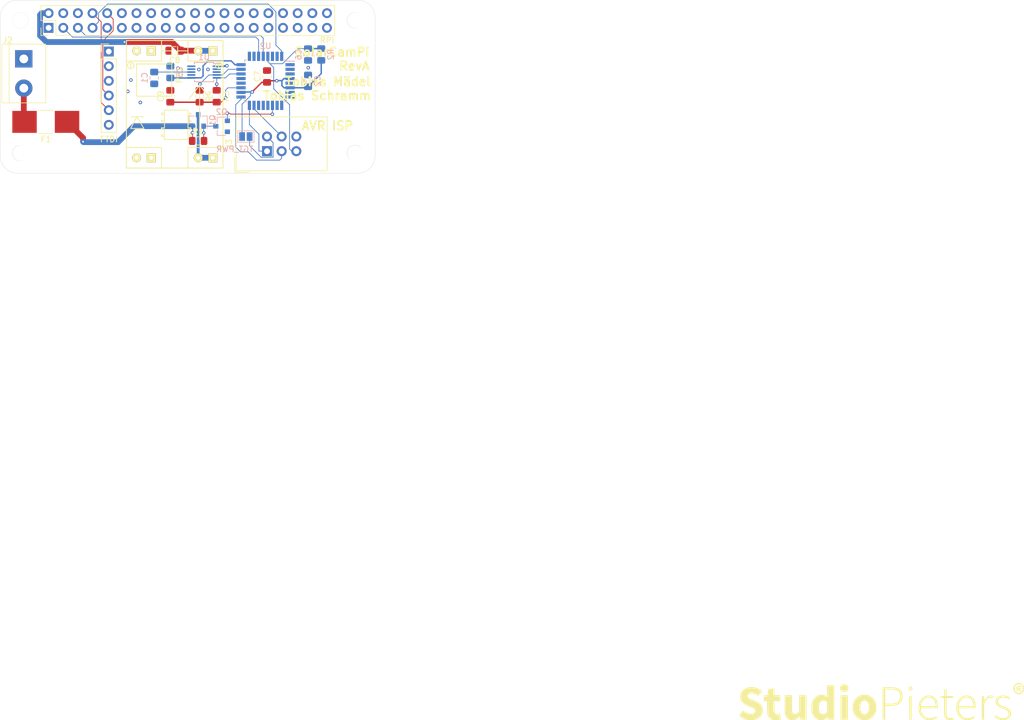
<source format=kicad_pcb>
(kicad_pcb (version 20171130) (host pcbnew 5.1.2)

  (general
    (thickness 1.6)
    (drawings 27)
    (tracks 180)
    (zones 0)
    (modules 27)
    (nets 76)
  )

  (page A4)
  (title_block
    (title "Raspberry Pi® Zero W - Hat Template")
    (date 2018-12-28)
    (rev 1.0.8)
    (company StudioPieters®)
    (comment 1 https://www.studiopieters.nl)
  )

  (layers
    (0 F.Cu signal)
    (31 B.Cu signal)
    (32 B.Adhes user hide)
    (33 F.Adhes user hide)
    (34 B.Paste user hide)
    (35 F.Paste user hide)
    (36 B.SilkS user)
    (37 F.SilkS user)
    (38 B.Mask user)
    (39 F.Mask user)
    (40 Dwgs.User user hide)
    (41 Cmts.User user hide)
    (42 Eco1.User user hide)
    (43 Eco2.User user hide)
    (44 Edge.Cuts user)
    (45 Margin user hide)
    (46 B.CrtYd user)
    (47 F.CrtYd user)
    (48 B.Fab user hide)
    (49 F.Fab user hide)
  )

  (setup
    (last_trace_width 0.25)
    (user_trace_width 0.127)
    (user_trace_width 0.25)
    (user_trace_width 0.5)
    (user_trace_width 1)
    (trace_clearance 0.127)
    (zone_clearance 0.2)
    (zone_45_only no)
    (trace_min 0.127)
    (via_size 0.6)
    (via_drill 0.3)
    (via_min_size 0.6)
    (via_min_drill 0.3)
    (user_via 0.6 0.3)
    (uvia_size 0.6)
    (uvia_drill 0.3)
    (uvias_allowed no)
    (uvia_min_size 0.6)
    (uvia_min_drill 0.3)
    (edge_width 0.05)
    (segment_width 0.2)
    (pcb_text_width 0.3)
    (pcb_text_size 1.5 1.5)
    (mod_edge_width 0.12)
    (mod_text_size 1 1)
    (mod_text_width 0.15)
    (pad_size 1.524 1.524)
    (pad_drill 0.762)
    (pad_to_mask_clearance 0.051)
    (solder_mask_min_width 0.25)
    (aux_axis_origin 0 0)
    (visible_elements 7FFFFFFF)
    (pcbplotparams
      (layerselection 0x010fc_ffffffff)
      (usegerberextensions true)
      (usegerberattributes false)
      (usegerberadvancedattributes false)
      (creategerberjobfile false)
      (excludeedgelayer true)
      (linewidth 0.100000)
      (plotframeref false)
      (viasonmask false)
      (mode 1)
      (useauxorigin false)
      (hpglpennumber 1)
      (hpglpenspeed 20)
      (hpglpendiameter 15.000000)
      (psnegative false)
      (psa4output false)
      (plotreference true)
      (plotvalue true)
      (plotinvisibletext false)
      (padsonsilk false)
      (subtractmaskfromsilk false)
      (outputformat 1)
      (mirror false)
      (drillshape 0)
      (scaleselection 1)
      (outputdirectory "fab/"))
  )

  (net 0 "")
  (net 1 "Net-(J1-Pad1)")
  (net 2 "Net-(J1-Pad4)")
  (net 3 "Net-(J1-Pad9)")
  (net 4 "Net-(J1-Pad11)")
  (net 5 "Net-(J1-Pad12)")
  (net 6 "Net-(J1-Pad13)")
  (net 7 "Net-(J1-Pad14)")
  (net 8 "Net-(J1-Pad15)")
  (net 9 "Net-(J1-Pad16)")
  (net 10 "Net-(J1-Pad17)")
  (net 11 "Net-(J1-Pad18)")
  (net 12 "Net-(J1-Pad19)")
  (net 13 "Net-(J1-Pad20)")
  (net 14 "Net-(J1-Pad21)")
  (net 15 "Net-(J1-Pad22)")
  (net 16 "Net-(J1-Pad23)")
  (net 17 "Net-(J1-Pad24)")
  (net 18 "Net-(J1-Pad25)")
  (net 19 "Net-(J1-Pad26)")
  (net 20 "Net-(J1-Pad27)")
  (net 21 "Net-(J1-Pad28)")
  (net 22 "Net-(J1-Pad29)")
  (net 23 "Net-(J1-Pad30)")
  (net 24 "Net-(J1-Pad31)")
  (net 25 "Net-(J1-Pad32)")
  (net 26 "Net-(J1-Pad33)")
  (net 27 "Net-(J1-Pad34)")
  (net 28 "Net-(J1-Pad35)")
  (net 29 "Net-(J1-Pad36)")
  (net 30 "Net-(J1-Pad37)")
  (net 31 "Net-(J1-Pad38)")
  (net 32 "Net-(J1-Pad39)")
  (net 33 "Net-(J1-Pad40)")
  (net 34 GND)
  (net 35 +12V)
  (net 36 +3V3)
  (net 37 /INA_3V3)
  (net 38 /~RST)
  (net 39 "Net-(F1-Pad2)")
  (net 40 /TX)
  (net 41 /RX)
  (net 42 /RPI_SHDN)
  (net 43 /RPI_SCL)
  (net 44 /RPI_SDA)
  (net 45 /MOSI)
  (net 46 /SCK)
  (net 47 "Net-(J3-Pad2)")
  (net 48 /MISO)
  (net 49 "Net-(J4-Pad6)")
  (net 50 "Net-(J4-Pad3)")
  (net 51 "Net-(J4-Pad2)")
  (net 52 "Net-(Q1-Pad1)")
  (net 53 /AVR_I2C_PULLUP)
  (net 54 /AVR_SCL)
  (net 55 /AVR_SDA)
  (net 56 "Net-(U1-Pad10)")
  (net 57 "Net-(U1-Pad9)")
  (net 58 "Net-(U1-Pad3)")
  (net 59 "Net-(U2-Pad31)")
  (net 60 "Net-(U2-Pad30)")
  (net 61 "Net-(U2-Pad26)")
  (net 62 "Net-(U2-Pad25)")
  (net 63 "Net-(U2-Pad20)")
  (net 64 "Net-(U2-Pad14)")
  (net 65 "Net-(U2-Pad13)")
  (net 66 "Net-(U2-Pad12)")
  (net 67 "Net-(U2-Pad8)")
  (net 68 "Net-(U2-Pad7)")
  (net 69 "Net-(U2-Pad9)")
  (net 70 "Net-(U2-Pad2)")
  (net 71 "Net-(U2-Pad1)")
  (net 72 "Net-(U2-Pad10)")
  (net 73 /RPI_5V)
  (net 74 /+12V_SWITCHED)
  (net 75 /AVR_PWR_EN)

  (net_class Default "This is the default net class."
    (clearance 0.127)
    (trace_width 0.25)
    (via_dia 0.6)
    (via_drill 0.3)
    (uvia_dia 0.6)
    (uvia_drill 0.3)
    (add_net +12V)
    (add_net +3V3)
    (add_net /+12V_SWITCHED)
    (add_net /AVR_I2C_PULLUP)
    (add_net /AVR_PWR_EN)
    (add_net /AVR_SCL)
    (add_net /AVR_SDA)
    (add_net /INA_3V3)
    (add_net /MISO)
    (add_net /MOSI)
    (add_net /RPI_5V)
    (add_net /RPI_SCL)
    (add_net /RPI_SDA)
    (add_net /RPI_SHDN)
    (add_net /RX)
    (add_net /SCK)
    (add_net /TX)
    (add_net /~RST)
    (add_net GND)
    (add_net "Net-(F1-Pad2)")
    (add_net "Net-(J1-Pad1)")
    (add_net "Net-(J1-Pad11)")
    (add_net "Net-(J1-Pad12)")
    (add_net "Net-(J1-Pad13)")
    (add_net "Net-(J1-Pad14)")
    (add_net "Net-(J1-Pad15)")
    (add_net "Net-(J1-Pad16)")
    (add_net "Net-(J1-Pad17)")
    (add_net "Net-(J1-Pad18)")
    (add_net "Net-(J1-Pad19)")
    (add_net "Net-(J1-Pad20)")
    (add_net "Net-(J1-Pad21)")
    (add_net "Net-(J1-Pad22)")
    (add_net "Net-(J1-Pad23)")
    (add_net "Net-(J1-Pad24)")
    (add_net "Net-(J1-Pad25)")
    (add_net "Net-(J1-Pad26)")
    (add_net "Net-(J1-Pad27)")
    (add_net "Net-(J1-Pad28)")
    (add_net "Net-(J1-Pad29)")
    (add_net "Net-(J1-Pad30)")
    (add_net "Net-(J1-Pad31)")
    (add_net "Net-(J1-Pad32)")
    (add_net "Net-(J1-Pad33)")
    (add_net "Net-(J1-Pad34)")
    (add_net "Net-(J1-Pad35)")
    (add_net "Net-(J1-Pad36)")
    (add_net "Net-(J1-Pad37)")
    (add_net "Net-(J1-Pad38)")
    (add_net "Net-(J1-Pad39)")
    (add_net "Net-(J1-Pad4)")
    (add_net "Net-(J1-Pad40)")
    (add_net "Net-(J1-Pad9)")
    (add_net "Net-(J3-Pad2)")
    (add_net "Net-(J4-Pad2)")
    (add_net "Net-(J4-Pad3)")
    (add_net "Net-(J4-Pad6)")
    (add_net "Net-(Q1-Pad1)")
    (add_net "Net-(U1-Pad10)")
    (add_net "Net-(U1-Pad3)")
    (add_net "Net-(U1-Pad9)")
    (add_net "Net-(U2-Pad1)")
    (add_net "Net-(U2-Pad10)")
    (add_net "Net-(U2-Pad12)")
    (add_net "Net-(U2-Pad13)")
    (add_net "Net-(U2-Pad14)")
    (add_net "Net-(U2-Pad2)")
    (add_net "Net-(U2-Pad20)")
    (add_net "Net-(U2-Pad25)")
    (add_net "Net-(U2-Pad26)")
    (add_net "Net-(U2-Pad30)")
    (add_net "Net-(U2-Pad31)")
    (add_net "Net-(U2-Pad7)")
    (add_net "Net-(U2-Pad8)")
    (add_net "Net-(U2-Pad9)")
  )

  (module solarcampi:zweipolige_Anreihklemme (layer F.Cu) (tedit 5CF104F4) (tstamp 5CF0C173)
    (at 54.102 59.182 270)
    (path /5CEC902C)
    (fp_text reference J2 (at -3.232 2.802 180) (layer F.SilkS)
      (effects (font (size 1 1) (thickness 0.15)))
    )
    (fp_text value "Vin 12V" (at 2.54 5.08 90) (layer F.Fab)
      (effects (font (size 1 1) (thickness 0.15)))
    )
    (fp_line (start 7.79 4) (end -2.71 4) (layer F.CrtYd) (width 0.05))
    (fp_line (start -2.54 -3.81) (end -2.54 3.81) (layer F.SilkS) (width 0.12))
    (fp_line (start 7.62 3.81) (end 7.62 -3.81) (layer F.SilkS) (width 0.12))
    (fp_line (start -2.46 -3.75) (end -2.46 3.75) (layer F.Fab) (width 0.1))
    (fp_line (start -2.54 3.81) (end 7.62 3.81) (layer F.SilkS) (width 0.12))
    (fp_line (start 7.79 4) (end 7.79 -4) (layer F.CrtYd) (width 0.05))
    (fp_line (start -2.71 -4) (end -2.71 4) (layer F.CrtYd) (width 0.05))
    (fp_line (start 7.62 -3.81) (end -2.54 -3.81) (layer F.SilkS) (width 0.12))
    (fp_line (start 7.54 3.75) (end 7.54 -3.75) (layer F.Fab) (width 0.1))
    (fp_line (start 7.54 -3.75) (end -2.46 -3.75) (layer F.Fab) (width 0.1))
    (fp_line (start 7.62 2.54) (end -2.54 2.54) (layer F.SilkS) (width 0.12))
    (fp_line (start -2.71 -4) (end 7.79 -4) (layer F.CrtYd) (width 0.05))
    (fp_line (start -2.46 3.75) (end 7.54 3.75) (layer F.Fab) (width 0.1))
    (fp_text user %R (at 2.54 0 90) (layer F.Fab)
      (effects (font (size 1 1) (thickness 0.15)))
    )
    (fp_line (start -2.41 2.55) (end 7.49 2.55) (layer F.Fab) (width 0.1))
    (pad 2 thru_hole circle (at 5.08 0 270) (size 3 3) (drill 1.52) (layers *.Cu *.Mask)
      (net 39 "Net-(F1-Pad2)"))
    (pad 1 thru_hole rect (at 0 0 270) (size 3 3) (drill 1.52) (layers *.Cu *.Mask)
      (net 34 GND))
    (model ${KIPRJMOD}/lib/3d/DG340-3.81-02P-12-00AH.STEP
      (offset (xyz -2.5 0.5 5))
      (scale (xyz 1.325 1.325 1.325))
      (rotate (xyz -90 0 0))
    )
  )

  (module solarcampi:MP1584_buck_module (layer F.Cu) (tedit 5CF101B7) (tstamp 5CF0FFF1)
    (at 80.264 67.056 90)
    (path /5CFCCCFD)
    (fp_text reference PS1 (at 5.08 0.762 90) (layer F.SilkS)
      (effects (font (size 1 1) (thickness 0.15)))
    )
    (fp_text value MP1584EN (at 0.635 9.144 90) (layer F.Fab)
      (effects (font (size 1 1) (thickness 0.15)))
    )
    (fp_line (start 3.302 4.318) (end 1.016 6.096) (layer F.SilkS) (width 0.15))
    (fp_line (start -6.096 4.318) (end 3.302 4.318) (layer F.SilkS) (width 0.15))
    (fp_line (start 3.302 4.318) (end 1.016 2.54) (layer F.SilkS) (width 0.15))
    (fp_line (start -1.524 -1.778) (end -1.016 -1.778) (layer F.SilkS) (width 0.15))
    (fp_line (start -1.016 -1.778) (end -1.016 2.286) (layer F.SilkS) (width 0.15))
    (fp_line (start -1.016 2.286) (end -1.524 2.286) (layer F.SilkS) (width 0.15))
    (fp_line (start -1.524 2.286) (end -1.524 2.794) (layer F.SilkS) (width 0.15))
    (fp_line (start -1.524 2.794) (end -1.778 2.794) (layer F.SilkS) (width 0.15))
    (fp_line (start -1.778 2.794) (end -1.778 2.286) (layer F.SilkS) (width 0.15))
    (fp_line (start -1.778 2.286) (end -2.794 2.286) (layer F.SilkS) (width 0.15))
    (fp_line (start -2.794 2.286) (end -2.794 2.794) (layer F.SilkS) (width 0.15))
    (fp_line (start -2.794 2.794) (end -3.048 2.794) (layer F.SilkS) (width 0.15))
    (fp_line (start -3.048 2.794) (end -3.048 2.286) (layer F.SilkS) (width 0.15))
    (fp_line (start -3.048 2.286) (end -4.064 2.286) (layer F.SilkS) (width 0.15))
    (fp_line (start -4.064 2.286) (end -4.064 2.794) (layer F.SilkS) (width 0.15))
    (fp_line (start -4.064 2.794) (end -4.318 2.794) (layer F.SilkS) (width 0.15))
    (fp_line (start -4.318 2.794) (end -4.318 2.286) (layer F.SilkS) (width 0.15))
    (fp_line (start -4.318 2.286) (end -5.334 2.286) (layer F.SilkS) (width 0.15))
    (fp_line (start -5.334 2.286) (end -5.334 2.794) (layer F.SilkS) (width 0.15))
    (fp_line (start -5.334 2.794) (end -5.588 2.794) (layer F.SilkS) (width 0.15))
    (fp_line (start -5.588 2.794) (end -5.588 2.286) (layer F.SilkS) (width 0.15))
    (fp_line (start -5.588 2.286) (end -6.096 2.286) (layer F.SilkS) (width 0.15))
    (fp_line (start -6.096 2.286) (end -6.096 2.032) (layer F.SilkS) (width 0.15))
    (fp_line (start -2.794 -1.778) (end -1.778 -1.778) (layer F.SilkS) (width 0.15))
    (fp_line (start -4.064 -1.778) (end -3.048 -1.778) (layer F.SilkS) (width 0.15))
    (fp_line (start -5.334 -1.778) (end -4.318 -1.778) (layer F.SilkS) (width 0.15))
    (fp_line (start -1.778 -1.778) (end -1.778 -2.286) (layer F.SilkS) (width 0.15))
    (fp_line (start -1.778 -2.286) (end -1.524 -2.286) (layer F.SilkS) (width 0.15))
    (fp_line (start -3.048 -1.778) (end -3.048 -2.286) (layer F.SilkS) (width 0.15))
    (fp_line (start -3.048 -2.286) (end -2.794 -2.286) (layer F.SilkS) (width 0.15))
    (fp_line (start -4.318 -1.778) (end -4.318 -2.286) (layer F.SilkS) (width 0.15))
    (fp_line (start -4.318 -2.286) (end -4.064 -2.286) (layer F.SilkS) (width 0.15))
    (fp_line (start -6.096 2.032) (end -6.096 -1.778) (layer F.SilkS) (width 0.15))
    (fp_line (start -6.096 -1.778) (end -5.842 -1.778) (layer F.SilkS) (width 0.15))
    (fp_line (start -5.842 -1.778) (end -5.588 -1.778) (layer F.SilkS) (width 0.15))
    (fp_line (start -5.588 -1.778) (end -5.588 -2.286) (layer F.SilkS) (width 0.15))
    (fp_line (start -5.588 -2.286) (end -5.334 -2.286) (layer F.SilkS) (width 0.15))
    (fp_line (start -1.524 -1.778) (end -1.524 -2.286) (layer F.SilkS) (width 0.15))
    (fp_line (start -2.794 -2.286) (end -2.794 -1.778) (layer F.SilkS) (width 0.15))
    (fp_line (start -4.064 -1.778) (end -4.064 -2.286) (layer F.SilkS) (width 0.15))
    (fp_line (start -5.334 -1.778) (end -5.334 -2.286) (layer F.SilkS) (width 0.15))
    (fp_line (start 10.033 0.508) (end 8.509 0.508) (layer F.SilkS) (width 0.15))
    (fp_line (start 8.509 0.508) (end 9.271 0.508) (layer F.SilkS) (width 0.15))
    (fp_line (start 9.271 0.508) (end 9.271 2.286) (layer F.SilkS) (width 0.15))
    (fp_line (start 9.271 -2.286) (end 9.271 -0.508) (layer F.SilkS) (width 0.15))
    (fp_line (start 9.271 -0.508) (end 8.509 -0.508) (layer F.SilkS) (width 0.15))
    (fp_line (start 8.509 -0.508) (end 10.033 -0.508) (layer F.SilkS) (width 0.15))
    (fp_line (start -2.159 -7.62) (end -2.159 -5.334) (layer F.SilkS) (width 0.15))
    (fp_line (start -4.191 -7.62) (end -4.191 -5.334) (layer F.SilkS) (width 0.15))
    (fp_line (start -4.191 -5.334) (end -2.159 -6.604) (layer F.SilkS) (width 0.15))
    (fp_line (start -2.159 -6.604) (end -4.191 -7.62) (layer F.SilkS) (width 0.15))
    (fp_line (start 6.223 -6.604) (end 1.397 -6.604) (layer F.SilkS) (width 0.15))
    (fp_line (start 1.397 -6.604) (end 1.397 -0.508) (layer F.SilkS) (width 0.15))
    (fp_line (start 1.397 -0.508) (end 6.985 -0.508) (layer F.SilkS) (width 0.15))
    (fp_line (start 6.985 -0.508) (end 6.985 -6.604) (layer F.SilkS) (width 0.15))
    (fp_line (start 6.985 -6.604) (end 6.223 -6.604) (layer F.SilkS) (width 0.15))
    (fp_line (start 6.223 -7.62) (end 7.239 -7.62) (layer F.SilkS) (width 0.15))
    (fp_circle (center 6.731 -7.62) (end 7.239 -7.874) (layer F.SilkS) (width 0.15))
    (fp_line (start 6.731 7.112) (end 6.731 8.128) (layer F.SilkS) (width 0.15))
    (fp_line (start 6.223 7.62) (end 7.239 7.62) (layer F.SilkS) (width 0.15))
    (fp_circle (center 6.731 7.62) (end 7.239 7.874) (layer F.SilkS) (width 0.15))
    (fp_line (start 7.493 8.382) (end 7.493 2.286) (layer F.SilkS) (width 0.15))
    (fp_line (start 7.493 2.286) (end 11.049 2.286) (layer F.SilkS) (width 0.15))
    (fp_line (start 11.049 -2.286) (end 7.493 -2.286) (layer F.SilkS) (width 0.15))
    (fp_line (start 7.493 -2.286) (end 7.493 -8.382) (layer F.SilkS) (width 0.15))
    (fp_line (start -11.049 2.286) (end -7.493 2.286) (layer F.SilkS) (width 0.15))
    (fp_line (start -7.493 2.286) (end -7.493 8.382) (layer F.SilkS) (width 0.15))
    (fp_line (start -7.493 -8.382) (end -7.493 -2.286) (layer F.SilkS) (width 0.15))
    (fp_line (start -7.493 -2.286) (end -11.049 -2.286) (layer F.SilkS) (width 0.15))
    (fp_line (start -11.049 -8.382) (end 11.049 -8.382) (layer F.SilkS) (width 0.15))
    (fp_line (start 11.049 -8.382) (end 11.049 8.382) (layer F.SilkS) (width 0.15))
    (fp_line (start 11.049 8.382) (end -11.049 8.382) (layer F.SilkS) (width 0.15))
    (fp_line (start -11.049 8.382) (end -11.049 -8.382) (layer F.SilkS) (width 0.15))
    (pad 2 thru_hole circle (at -9.271 -6.604 90) (size 1.524 1.524) (drill 0.7) (layers *.Cu *.Mask F.SilkS)
      (net 34 GND))
    (pad 1 thru_hole rect (at -9.271 6.604 90) (size 1.524 1.524) (drill 0.7) (layers *.Cu *.Mask F.SilkS)
      (net 74 /+12V_SWITCHED))
    (pad 3 thru_hole circle (at 9.271 -6.604 90) (size 1.524 1.524) (drill 0.7) (layers *.Cu *.Mask F.SilkS)
      (net 34 GND))
    (pad 4 thru_hole rect (at 9.271 6.604 90) (size 1.524 1.524) (drill 0.7) (layers *.Cu *.Mask F.SilkS)
      (net 73 /RPI_5V))
    (pad 3 thru_hole rect (at 9.271 -4.064 90) (size 1.524 1.524) (drill 0.7) (layers *.Cu *.Mask F.SilkS)
      (net 34 GND))
    (pad 2 thru_hole rect (at -9.271 -4.064 90) (size 1.524 1.524) (drill 0.7) (layers *.Cu *.Mask F.SilkS)
      (net 34 GND))
    (pad 1 thru_hole circle (at -9.271 4.064 90) (size 1.524 1.524) (drill 0.7) (layers *.Cu *.Mask F.SilkS)
      (net 74 /+12V_SWITCHED))
    (pad 4 thru_hole circle (at 9.271 4.064 90) (size 1.524 1.524) (drill 0.7) (layers *.Cu *.Mask F.SilkS)
      (net 73 /RPI_5V))
    (model ${KIPRJMOD}/lib/3d/D-SUN_dcdc_step_down_SIMPLE.step
      (offset (xyz 0 0 2))
      (scale (xyz 1 1 1))
      (rotate (xyz 0 0 0))
    )
  )

  (module solarcampi:Fuse_SMD_HASF (layer F.Cu) (tedit 5CF10185) (tstamp 5CF0C0E4)
    (at 57.912 70.104 180)
    (path /5CEFD444)
    (fp_text reference F1 (at -0.008 -3.006 180) (layer F.SilkS)
      (effects (font (size 1 1) (thickness 0.15)))
    )
    (fp_text value 1A (at 0 -3 180) (layer F.Fab)
      (effects (font (size 1 1) (thickness 0.15)))
    )
    (fp_line (start -1.25 -2) (end 1.25 -2) (layer F.SilkS) (width 0.12))
    (fp_line (start -1.25 2) (end 1.25 2) (layer F.SilkS) (width 0.12))
    (fp_line (start -6 2.6) (end -6 -2.6) (layer F.CrtYd) (width 0.12))
    (fp_line (start -6 -2.6) (end 6 -2.6) (layer F.CrtYd) (width 0.12))
    (fp_line (start 6 -2.6) (end 6 2.6) (layer F.CrtYd) (width 0.12))
    (fp_line (start 6 2.6) (end -6 2.6) (layer F.CrtYd) (width 0.12))
    (pad 1 smd rect (at -3.685 0 180) (size 4.24 3.81) (layers F.Cu F.Paste F.Mask)
      (net 35 +12V))
    (pad 2 smd rect (at 3.685 0 180) (size 4.24 3.81) (layers F.Cu F.Paste F.Mask)
      (net 39 "Net-(F1-Pad2)"))
    (model ${KIPRJMOD}/lib/3d/SMD-HASF.stp
      (offset (xyz -4.7 -2.55 0))
      (scale (xyz 1 1 1))
      (rotate (xyz 0 0 0))
    )
  )

  (module Capacitor_SMD:C_0805_2012Metric_Pad1.15x1.40mm_HandSolder (layer F.Cu) (tedit 5B36C52B) (tstamp 5CF153B2)
    (at 79.5 65.67 90)
    (descr "Capacitor SMD 0805 (2012 Metric), square (rectangular) end terminal, IPC_7351 nominal with elongated pad for handsoldering. (Body size source: https://docs.google.com/spreadsheets/d/1BsfQQcO9C6DZCsRaXUlFlo91Tg2WpOkGARC1WS5S8t0/edit?usp=sharing), generated with kicad-footprint-generator")
    (tags "capacitor handsolder")
    (path /5D17957D)
    (attr smd)
    (fp_text reference C9 (at 0 -1.65 90) (layer F.SilkS)
      (effects (font (size 1 1) (thickness 0.15)))
    )
    (fp_text value 100n (at 0 1.65 90) (layer F.Fab)
      (effects (font (size 1 1) (thickness 0.15)))
    )
    (fp_text user %R (at 0 0 90) (layer F.Fab)
      (effects (font (size 0.5 0.5) (thickness 0.08)))
    )
    (fp_line (start 1.85 0.95) (end -1.85 0.95) (layer F.CrtYd) (width 0.05))
    (fp_line (start 1.85 -0.95) (end 1.85 0.95) (layer F.CrtYd) (width 0.05))
    (fp_line (start -1.85 -0.95) (end 1.85 -0.95) (layer F.CrtYd) (width 0.05))
    (fp_line (start -1.85 0.95) (end -1.85 -0.95) (layer F.CrtYd) (width 0.05))
    (fp_line (start -0.261252 0.71) (end 0.261252 0.71) (layer F.SilkS) (width 0.12))
    (fp_line (start -0.261252 -0.71) (end 0.261252 -0.71) (layer F.SilkS) (width 0.12))
    (fp_line (start 1 0.6) (end -1 0.6) (layer F.Fab) (width 0.1))
    (fp_line (start 1 -0.6) (end 1 0.6) (layer F.Fab) (width 0.1))
    (fp_line (start -1 -0.6) (end 1 -0.6) (layer F.Fab) (width 0.1))
    (fp_line (start -1 0.6) (end -1 -0.6) (layer F.Fab) (width 0.1))
    (pad 2 smd roundrect (at 1.025 0 90) (size 1.15 1.4) (layers F.Cu F.Paste F.Mask) (roundrect_rratio 0.217391)
      (net 34 GND))
    (pad 1 smd roundrect (at -1.025 0 90) (size 1.15 1.4) (layers F.Cu F.Paste F.Mask) (roundrect_rratio 0.217391)
      (net 53 /AVR_I2C_PULLUP))
    (model ${KISYS3DMOD}/Capacitor_SMD.3dshapes/C_0805_2012Metric.wrl
      (at (xyz 0 0 0))
      (scale (xyz 1 1 1))
      (rotate (xyz 0 0 0))
    )
  )

  (module Package_QFP:TQFP-32_7x7mm_P0.8mm (layer B.Cu) (tedit 5A02F146) (tstamp 5CF10168)
    (at 96.012 62.992 180)
    (descr "32-Lead Plastic Thin Quad Flatpack (PT) - 7x7x1.0 mm Body, 2.00 mm [TQFP] (see Microchip Packaging Specification 00000049BS.pdf)")
    (tags "QFP 0.8")
    (path /5CF28A02)
    (attr smd)
    (fp_text reference U2 (at 0 6.05) (layer B.SilkS)
      (effects (font (size 1 1) (thickness 0.15)) (justify mirror))
    )
    (fp_text value ATmega328P-AU (at 0 -6.05) (layer B.Fab)
      (effects (font (size 1 1) (thickness 0.15)) (justify mirror))
    )
    (fp_text user %R (at 0 0) (layer B.Fab)
      (effects (font (size 1 1) (thickness 0.15)) (justify mirror))
    )
    (fp_line (start -2.5 3.5) (end 3.5 3.5) (layer B.Fab) (width 0.15))
    (fp_line (start 3.5 3.5) (end 3.5 -3.5) (layer B.Fab) (width 0.15))
    (fp_line (start 3.5 -3.5) (end -3.5 -3.5) (layer B.Fab) (width 0.15))
    (fp_line (start -3.5 -3.5) (end -3.5 2.5) (layer B.Fab) (width 0.15))
    (fp_line (start -3.5 2.5) (end -2.5 3.5) (layer B.Fab) (width 0.15))
    (fp_line (start -5.3 5.3) (end -5.3 -5.3) (layer B.CrtYd) (width 0.05))
    (fp_line (start 5.3 5.3) (end 5.3 -5.3) (layer B.CrtYd) (width 0.05))
    (fp_line (start -5.3 5.3) (end 5.3 5.3) (layer B.CrtYd) (width 0.05))
    (fp_line (start -5.3 -5.3) (end 5.3 -5.3) (layer B.CrtYd) (width 0.05))
    (fp_line (start -3.625 3.625) (end -3.625 3.4) (layer B.SilkS) (width 0.15))
    (fp_line (start 3.625 3.625) (end 3.625 3.3) (layer B.SilkS) (width 0.15))
    (fp_line (start 3.625 -3.625) (end 3.625 -3.3) (layer B.SilkS) (width 0.15))
    (fp_line (start -3.625 -3.625) (end -3.625 -3.3) (layer B.SilkS) (width 0.15))
    (fp_line (start -3.625 3.625) (end -3.3 3.625) (layer B.SilkS) (width 0.15))
    (fp_line (start -3.625 -3.625) (end -3.3 -3.625) (layer B.SilkS) (width 0.15))
    (fp_line (start 3.625 -3.625) (end 3.3 -3.625) (layer B.SilkS) (width 0.15))
    (fp_line (start 3.625 3.625) (end 3.3 3.625) (layer B.SilkS) (width 0.15))
    (fp_line (start -3.625 3.4) (end -5.05 3.4) (layer B.SilkS) (width 0.15))
    (pad 1 smd rect (at -4.25 2.8 180) (size 1.6 0.55) (layers B.Cu B.Paste B.Mask)
      (net 71 "Net-(U2-Pad1)"))
    (pad 2 smd rect (at -4.25 2 180) (size 1.6 0.55) (layers B.Cu B.Paste B.Mask)
      (net 70 "Net-(U2-Pad2)"))
    (pad 3 smd rect (at -4.25 1.2 180) (size 1.6 0.55) (layers B.Cu B.Paste B.Mask)
      (net 34 GND))
    (pad 4 smd rect (at -4.25 0.4 180) (size 1.6 0.55) (layers B.Cu B.Paste B.Mask)
      (net 36 +3V3))
    (pad 5 smd rect (at -4.25 -0.4 180) (size 1.6 0.55) (layers B.Cu B.Paste B.Mask)
      (net 34 GND))
    (pad 6 smd rect (at -4.25 -1.2 180) (size 1.6 0.55) (layers B.Cu B.Paste B.Mask)
      (net 36 +3V3))
    (pad 7 smd rect (at -4.25 -2 180) (size 1.6 0.55) (layers B.Cu B.Paste B.Mask)
      (net 68 "Net-(U2-Pad7)"))
    (pad 8 smd rect (at -4.25 -2.8 180) (size 1.6 0.55) (layers B.Cu B.Paste B.Mask)
      (net 67 "Net-(U2-Pad8)"))
    (pad 9 smd rect (at -2.8 -4.25 90) (size 1.6 0.55) (layers B.Cu B.Paste B.Mask)
      (net 69 "Net-(U2-Pad9)"))
    (pad 10 smd rect (at -2 -4.25 90) (size 1.6 0.55) (layers B.Cu B.Paste B.Mask)
      (net 72 "Net-(U2-Pad10)"))
    (pad 11 smd rect (at -1.2 -4.25 90) (size 1.6 0.55) (layers B.Cu B.Paste B.Mask)
      (net 75 /AVR_PWR_EN))
    (pad 12 smd rect (at -0.4 -4.25 90) (size 1.6 0.55) (layers B.Cu B.Paste B.Mask)
      (net 66 "Net-(U2-Pad12)"))
    (pad 13 smd rect (at 0.4 -4.25 90) (size 1.6 0.55) (layers B.Cu B.Paste B.Mask)
      (net 65 "Net-(U2-Pad13)"))
    (pad 14 smd rect (at 1.2 -4.25 90) (size 1.6 0.55) (layers B.Cu B.Paste B.Mask)
      (net 64 "Net-(U2-Pad14)"))
    (pad 15 smd rect (at 2 -4.25 90) (size 1.6 0.55) (layers B.Cu B.Paste B.Mask)
      (net 45 /MOSI))
    (pad 16 smd rect (at 2.8 -4.25 90) (size 1.6 0.55) (layers B.Cu B.Paste B.Mask)
      (net 48 /MISO))
    (pad 17 smd rect (at 4.25 -2.8 180) (size 1.6 0.55) (layers B.Cu B.Paste B.Mask)
      (net 46 /SCK))
    (pad 18 smd rect (at 4.25 -2 180) (size 1.6 0.55) (layers B.Cu B.Paste B.Mask)
      (net 36 +3V3))
    (pad 19 smd rect (at 4.25 -1.2 180) (size 1.6 0.55) (layers B.Cu B.Paste B.Mask)
      (net 53 /AVR_I2C_PULLUP))
    (pad 20 smd rect (at 4.25 -0.4 180) (size 1.6 0.55) (layers B.Cu B.Paste B.Mask)
      (net 63 "Net-(U2-Pad20)"))
    (pad 21 smd rect (at 4.25 0.4 180) (size 1.6 0.55) (layers B.Cu B.Paste B.Mask)
      (net 34 GND))
    (pad 22 smd rect (at 4.25 1.2 180) (size 1.6 0.55) (layers B.Cu B.Paste B.Mask)
      (net 54 /AVR_SCL))
    (pad 23 smd rect (at 4.25 2 180) (size 1.6 0.55) (layers B.Cu B.Paste B.Mask)
      (net 55 /AVR_SDA))
    (pad 24 smd rect (at 4.25 2.8 180) (size 1.6 0.55) (layers B.Cu B.Paste B.Mask)
      (net 37 /INA_3V3))
    (pad 25 smd rect (at 2.8 4.25 90) (size 1.6 0.55) (layers B.Cu B.Paste B.Mask)
      (net 62 "Net-(U2-Pad25)"))
    (pad 26 smd rect (at 2 4.25 90) (size 1.6 0.55) (layers B.Cu B.Paste B.Mask)
      (net 61 "Net-(U2-Pad26)"))
    (pad 27 smd rect (at 1.2 4.25 90) (size 1.6 0.55) (layers B.Cu B.Paste B.Mask)
      (net 44 /RPI_SDA))
    (pad 28 smd rect (at 0.4 4.25 90) (size 1.6 0.55) (layers B.Cu B.Paste B.Mask)
      (net 43 /RPI_SCL))
    (pad 29 smd rect (at -0.4 4.25 90) (size 1.6 0.55) (layers B.Cu B.Paste B.Mask)
      (net 38 /~RST))
    (pad 30 smd rect (at -1.2 4.25 90) (size 1.6 0.55) (layers B.Cu B.Paste B.Mask)
      (net 60 "Net-(U2-Pad30)"))
    (pad 31 smd rect (at -2 4.25 90) (size 1.6 0.55) (layers B.Cu B.Paste B.Mask)
      (net 59 "Net-(U2-Pad31)"))
    (pad 32 smd rect (at -2.8 4.25 90) (size 1.6 0.55) (layers B.Cu B.Paste B.Mask)
      (net 42 /RPI_SHDN))
    (model ${KISYS3DMOD}/Package_QFP.3dshapes/TQFP-32_7x7mm_P0.8mm.wrl
      (at (xyz 0 0 0))
      (scale (xyz 1 1 1))
      (rotate (xyz 0 0 0))
    )
  )

  (module Package_SO:MSOP-10_3x3mm_P0.5mm (layer B.Cu) (tedit 5A02F25C) (tstamp 5CF0C2A1)
    (at 85.344 61.468 180)
    (descr "10-Lead Plastic Micro Small Outline Package (MS) [MSOP] (see Microchip Packaging Specification 00000049BS.pdf)")
    (tags "SSOP 0.5")
    (path /5CEC0CDE)
    (attr smd)
    (fp_text reference U1 (at 0 2.6) (layer B.SilkS)
      (effects (font (size 1 1) (thickness 0.15)) (justify mirror))
    )
    (fp_text value INA226 (at 0 -2.6) (layer B.Fab)
      (effects (font (size 1 1) (thickness 0.15)) (justify mirror))
    )
    (fp_text user %R (at 0 0) (layer B.Fab)
      (effects (font (size 0.6 0.6) (thickness 0.15)) (justify mirror))
    )
    (fp_line (start -1.675 1.45) (end -2.9 1.45) (layer B.SilkS) (width 0.15))
    (fp_line (start -1.675 -1.675) (end 1.675 -1.675) (layer B.SilkS) (width 0.15))
    (fp_line (start -1.675 1.675) (end 1.675 1.675) (layer B.SilkS) (width 0.15))
    (fp_line (start -1.675 -1.675) (end -1.675 -1.375) (layer B.SilkS) (width 0.15))
    (fp_line (start 1.675 -1.675) (end 1.675 -1.375) (layer B.SilkS) (width 0.15))
    (fp_line (start 1.675 1.675) (end 1.675 1.375) (layer B.SilkS) (width 0.15))
    (fp_line (start -1.675 1.675) (end -1.675 1.45) (layer B.SilkS) (width 0.15))
    (fp_line (start -3.15 -1.85) (end 3.15 -1.85) (layer B.CrtYd) (width 0.05))
    (fp_line (start -3.15 1.85) (end 3.15 1.85) (layer B.CrtYd) (width 0.05))
    (fp_line (start 3.15 1.85) (end 3.15 -1.85) (layer B.CrtYd) (width 0.05))
    (fp_line (start -3.15 1.85) (end -3.15 -1.85) (layer B.CrtYd) (width 0.05))
    (fp_line (start -1.5 0.5) (end -0.5 1.5) (layer B.Fab) (width 0.15))
    (fp_line (start -1.5 -1.5) (end -1.5 0.5) (layer B.Fab) (width 0.15))
    (fp_line (start 1.5 -1.5) (end -1.5 -1.5) (layer B.Fab) (width 0.15))
    (fp_line (start 1.5 1.5) (end 1.5 -1.5) (layer B.Fab) (width 0.15))
    (fp_line (start -0.5 1.5) (end 1.5 1.5) (layer B.Fab) (width 0.15))
    (pad 10 smd rect (at 2.2 1 180) (size 1.4 0.3) (layers B.Cu B.Paste B.Mask)
      (net 56 "Net-(U1-Pad10)"))
    (pad 9 smd rect (at 2.2 0.5 180) (size 1.4 0.3) (layers B.Cu B.Paste B.Mask)
      (net 57 "Net-(U1-Pad9)"))
    (pad 8 smd rect (at 2.2 0 180) (size 1.4 0.3) (layers B.Cu B.Paste B.Mask)
      (net 35 +12V))
    (pad 7 smd rect (at 2.2 -0.5 180) (size 1.4 0.3) (layers B.Cu B.Paste B.Mask)
      (net 34 GND))
    (pad 6 smd rect (at 2.2 -1 180) (size 1.4 0.3) (layers B.Cu B.Paste B.Mask)
      (net 37 /INA_3V3))
    (pad 5 smd rect (at -2.2 -1 180) (size 1.4 0.3) (layers B.Cu B.Paste B.Mask)
      (net 54 /AVR_SCL))
    (pad 4 smd rect (at -2.2 -0.5 180) (size 1.4 0.3) (layers B.Cu B.Paste B.Mask)
      (net 55 /AVR_SDA))
    (pad 3 smd rect (at -2.2 0 180) (size 1.4 0.3) (layers B.Cu B.Paste B.Mask)
      (net 58 "Net-(U1-Pad3)"))
    (pad 2 smd rect (at -2.2 0.5 180) (size 1.4 0.3) (layers B.Cu B.Paste B.Mask)
      (net 34 GND))
    (pad 1 smd rect (at -2.2 1 180) (size 1.4 0.3) (layers B.Cu B.Paste B.Mask)
      (net 34 GND))
    (model ${KISYS3DMOD}/Package_SO.3dshapes/MSOP-10_3x3mm_P0.5mm.wrl
      (at (xyz 0 0 0))
      (scale (xyz 1 1 1))
      (rotate (xyz 0 0 0))
    )
  )

  (module Resistor_SMD:R_0805_2012Metric_Pad1.15x1.40mm_HandSolder (layer F.Cu) (tedit 5B36C52B) (tstamp 5CF0C282)
    (at 84.58 65.67 270)
    (descr "Resistor SMD 0805 (2012 Metric), square (rectangular) end terminal, IPC_7351 nominal with elongated pad for handsoldering. (Body size source: https://docs.google.com/spreadsheets/d/1BsfQQcO9C6DZCsRaXUlFlo91Tg2WpOkGARC1WS5S8t0/edit?usp=sharing), generated with kicad-footprint-generator")
    (tags "resistor handsolder")
    (path /5D01456F)
    (attr smd)
    (fp_text reference R4 (at 0 -1.65 90) (layer F.SilkS)
      (effects (font (size 1 1) (thickness 0.15)))
    )
    (fp_text value 4k7 (at 0 1.65 90) (layer F.Fab)
      (effects (font (size 1 1) (thickness 0.15)))
    )
    (fp_text user %R (at 0 0 90) (layer F.Fab)
      (effects (font (size 0.5 0.5) (thickness 0.08)))
    )
    (fp_line (start 1.85 0.95) (end -1.85 0.95) (layer F.CrtYd) (width 0.05))
    (fp_line (start 1.85 -0.95) (end 1.85 0.95) (layer F.CrtYd) (width 0.05))
    (fp_line (start -1.85 -0.95) (end 1.85 -0.95) (layer F.CrtYd) (width 0.05))
    (fp_line (start -1.85 0.95) (end -1.85 -0.95) (layer F.CrtYd) (width 0.05))
    (fp_line (start -0.261252 0.71) (end 0.261252 0.71) (layer F.SilkS) (width 0.12))
    (fp_line (start -0.261252 -0.71) (end 0.261252 -0.71) (layer F.SilkS) (width 0.12))
    (fp_line (start 1 0.6) (end -1 0.6) (layer F.Fab) (width 0.1))
    (fp_line (start 1 -0.6) (end 1 0.6) (layer F.Fab) (width 0.1))
    (fp_line (start -1 -0.6) (end 1 -0.6) (layer F.Fab) (width 0.1))
    (fp_line (start -1 0.6) (end -1 -0.6) (layer F.Fab) (width 0.1))
    (pad 2 smd roundrect (at 1.025 0 270) (size 1.15 1.4) (layers F.Cu F.Paste F.Mask) (roundrect_rratio 0.217391)
      (net 53 /AVR_I2C_PULLUP))
    (pad 1 smd roundrect (at -1.025 0 270) (size 1.15 1.4) (layers F.Cu F.Paste F.Mask) (roundrect_rratio 0.217391)
      (net 55 /AVR_SDA))
    (model ${KISYS3DMOD}/Resistor_SMD.3dshapes/R_0805_2012Metric.wrl
      (at (xyz 0 0 0))
      (scale (xyz 1 1 1))
      (rotate (xyz 0 0 0))
    )
  )

  (module Resistor_SMD:R_0805_2012Metric_Pad1.15x1.40mm_HandSolder (layer F.Cu) (tedit 5B36C52B) (tstamp 5CF14081)
    (at 87.54 65.66 270)
    (descr "Resistor SMD 0805 (2012 Metric), square (rectangular) end terminal, IPC_7351 nominal with elongated pad for handsoldering. (Body size source: https://docs.google.com/spreadsheets/d/1BsfQQcO9C6DZCsRaXUlFlo91Tg2WpOkGARC1WS5S8t0/edit?usp=sharing), generated with kicad-footprint-generator")
    (tags "resistor handsolder")
    (path /5D013A55)
    (attr smd)
    (fp_text reference R3 (at 0 -1.65 90) (layer F.SilkS)
      (effects (font (size 1 1) (thickness 0.15)))
    )
    (fp_text value 4k7 (at 0 1.65 90) (layer F.Fab)
      (effects (font (size 1 1) (thickness 0.15)))
    )
    (fp_text user %R (at 0 0 90) (layer F.Fab)
      (effects (font (size 0.5 0.5) (thickness 0.08)))
    )
    (fp_line (start 1.85 0.95) (end -1.85 0.95) (layer F.CrtYd) (width 0.05))
    (fp_line (start 1.85 -0.95) (end 1.85 0.95) (layer F.CrtYd) (width 0.05))
    (fp_line (start -1.85 -0.95) (end 1.85 -0.95) (layer F.CrtYd) (width 0.05))
    (fp_line (start -1.85 0.95) (end -1.85 -0.95) (layer F.CrtYd) (width 0.05))
    (fp_line (start -0.261252 0.71) (end 0.261252 0.71) (layer F.SilkS) (width 0.12))
    (fp_line (start -0.261252 -0.71) (end 0.261252 -0.71) (layer F.SilkS) (width 0.12))
    (fp_line (start 1 0.6) (end -1 0.6) (layer F.Fab) (width 0.1))
    (fp_line (start 1 -0.6) (end 1 0.6) (layer F.Fab) (width 0.1))
    (fp_line (start -1 -0.6) (end 1 -0.6) (layer F.Fab) (width 0.1))
    (fp_line (start -1 0.6) (end -1 -0.6) (layer F.Fab) (width 0.1))
    (pad 2 smd roundrect (at 1.025 0 270) (size 1.15 1.4) (layers F.Cu F.Paste F.Mask) (roundrect_rratio 0.217391)
      (net 53 /AVR_I2C_PULLUP))
    (pad 1 smd roundrect (at -1.025 0 270) (size 1.15 1.4) (layers F.Cu F.Paste F.Mask) (roundrect_rratio 0.217391)
      (net 54 /AVR_SCL))
    (model ${KISYS3DMOD}/Resistor_SMD.3dshapes/R_0805_2012Metric.wrl
      (at (xyz 0 0 0))
      (scale (xyz 1 1 1))
      (rotate (xyz 0 0 0))
    )
  )

  (module Resistor_SMD:R_0805_2012Metric_Pad1.15x1.40mm_HandSolder (layer B.Cu) (tedit 5B36C52B) (tstamp 5CF0C260)
    (at 105.664 58.42 90)
    (descr "Resistor SMD 0805 (2012 Metric), square (rectangular) end terminal, IPC_7351 nominal with elongated pad for handsoldering. (Body size source: https://docs.google.com/spreadsheets/d/1BsfQQcO9C6DZCsRaXUlFlo91Tg2WpOkGARC1WS5S8t0/edit?usp=sharing), generated with kicad-footprint-generator")
    (tags "resistor handsolder")
    (path /5CFB6F12)
    (attr smd)
    (fp_text reference R2 (at 0 1.65 270) (layer B.SilkS)
      (effects (font (size 1 1) (thickness 0.15)) (justify mirror))
    )
    (fp_text value 10k (at 0 -1.65 270) (layer B.Fab)
      (effects (font (size 1 1) (thickness 0.15)) (justify mirror))
    )
    (fp_text user %R (at 0 0 270) (layer B.Fab)
      (effects (font (size 0.5 0.5) (thickness 0.08)) (justify mirror))
    )
    (fp_line (start 1.85 -0.95) (end -1.85 -0.95) (layer B.CrtYd) (width 0.05))
    (fp_line (start 1.85 0.95) (end 1.85 -0.95) (layer B.CrtYd) (width 0.05))
    (fp_line (start -1.85 0.95) (end 1.85 0.95) (layer B.CrtYd) (width 0.05))
    (fp_line (start -1.85 -0.95) (end -1.85 0.95) (layer B.CrtYd) (width 0.05))
    (fp_line (start -0.261252 -0.71) (end 0.261252 -0.71) (layer B.SilkS) (width 0.12))
    (fp_line (start -0.261252 0.71) (end 0.261252 0.71) (layer B.SilkS) (width 0.12))
    (fp_line (start 1 -0.6) (end -1 -0.6) (layer B.Fab) (width 0.1))
    (fp_line (start 1 0.6) (end 1 -0.6) (layer B.Fab) (width 0.1))
    (fp_line (start -1 0.6) (end 1 0.6) (layer B.Fab) (width 0.1))
    (fp_line (start -1 -0.6) (end -1 0.6) (layer B.Fab) (width 0.1))
    (pad 2 smd roundrect (at 1.025 0 90) (size 1.15 1.4) (layers B.Cu B.Paste B.Mask) (roundrect_rratio 0.217391)
      (net 38 /~RST))
    (pad 1 smd roundrect (at -1.025 0 90) (size 1.15 1.4) (layers B.Cu B.Paste B.Mask) (roundrect_rratio 0.217391)
      (net 36 +3V3))
    (model ${KISYS3DMOD}/Resistor_SMD.3dshapes/R_0805_2012Metric.wrl
      (at (xyz 0 0 0))
      (scale (xyz 1 1 1))
      (rotate (xyz 0 0 0))
    )
  )

  (module Resistor_SMD:R_0805_2012Metric_Pad1.15x1.40mm_HandSolder (layer F.Cu) (tedit 5B36C52B) (tstamp 5CF0C24F)
    (at 84.319 73.406)
    (descr "Resistor SMD 0805 (2012 Metric), square (rectangular) end terminal, IPC_7351 nominal with elongated pad for handsoldering. (Body size source: https://docs.google.com/spreadsheets/d/1BsfQQcO9C6DZCsRaXUlFlo91Tg2WpOkGARC1WS5S8t0/edit?usp=sharing), generated with kicad-footprint-generator")
    (tags "resistor handsolder")
    (path /5CF7E6BE)
    (attr smd)
    (fp_text reference R1 (at 0 -1.65) (layer F.SilkS)
      (effects (font (size 1 1) (thickness 0.15)))
    )
    (fp_text value 10k (at 0 1.65) (layer F.Fab)
      (effects (font (size 1 1) (thickness 0.15)))
    )
    (fp_text user %R (at 0 0.098) (layer F.Fab)
      (effects (font (size 0.5 0.5) (thickness 0.08)))
    )
    (fp_line (start 1.85 0.95) (end -1.85 0.95) (layer F.CrtYd) (width 0.05))
    (fp_line (start 1.85 -0.95) (end 1.85 0.95) (layer F.CrtYd) (width 0.05))
    (fp_line (start -1.85 -0.95) (end 1.85 -0.95) (layer F.CrtYd) (width 0.05))
    (fp_line (start -1.85 0.95) (end -1.85 -0.95) (layer F.CrtYd) (width 0.05))
    (fp_line (start -0.261252 0.71) (end 0.261252 0.71) (layer F.SilkS) (width 0.12))
    (fp_line (start -0.261252 -0.71) (end 0.261252 -0.71) (layer F.SilkS) (width 0.12))
    (fp_line (start 1 0.6) (end -1 0.6) (layer F.Fab) (width 0.1))
    (fp_line (start 1 -0.6) (end 1 0.6) (layer F.Fab) (width 0.1))
    (fp_line (start -1 -0.6) (end 1 -0.6) (layer F.Fab) (width 0.1))
    (fp_line (start -1 0.6) (end -1 -0.6) (layer F.Fab) (width 0.1))
    (pad 2 smd roundrect (at 1.025 0) (size 1.15 1.4) (layers F.Cu F.Paste F.Mask) (roundrect_rratio 0.217391)
      (net 52 "Net-(Q1-Pad1)"))
    (pad 1 smd roundrect (at -1.025 0) (size 1.15 1.4) (layers F.Cu F.Paste F.Mask) (roundrect_rratio 0.217391)
      (net 35 +12V))
    (model ${KISYS3DMOD}/Resistor_SMD.3dshapes/R_0805_2012Metric.wrl
      (at (xyz 0 0 0))
      (scale (xyz 1 1 1))
      (rotate (xyz 0 0 0))
    )
  )

  (module Package_TO_SOT_SMD:SOT-23 (layer B.Cu) (tedit 5A02FF57) (tstamp 5CF101E8)
    (at 88.392 70.866 180)
    (descr "SOT-23, Standard")
    (tags SOT-23)
    (path /5CED6544)
    (attr smd)
    (fp_text reference Q2 (at 0 2.5 180) (layer B.SilkS)
      (effects (font (size 1 1) (thickness 0.15)) (justify mirror))
    )
    (fp_text value "BCR 108 SMD" (at 0 -2.5 180) (layer B.Fab)
      (effects (font (size 1 1) (thickness 0.15)) (justify mirror))
    )
    (fp_line (start 0.76 -1.58) (end -0.7 -1.58) (layer B.SilkS) (width 0.12))
    (fp_line (start 0.76 1.58) (end -1.4 1.58) (layer B.SilkS) (width 0.12))
    (fp_line (start -1.7 -1.75) (end -1.7 1.75) (layer B.CrtYd) (width 0.05))
    (fp_line (start 1.7 -1.75) (end -1.7 -1.75) (layer B.CrtYd) (width 0.05))
    (fp_line (start 1.7 1.75) (end 1.7 -1.75) (layer B.CrtYd) (width 0.05))
    (fp_line (start -1.7 1.75) (end 1.7 1.75) (layer B.CrtYd) (width 0.05))
    (fp_line (start 0.76 1.58) (end 0.76 0.65) (layer B.SilkS) (width 0.12))
    (fp_line (start 0.76 -1.58) (end 0.76 -0.65) (layer B.SilkS) (width 0.12))
    (fp_line (start -0.7 -1.52) (end 0.7 -1.52) (layer B.Fab) (width 0.1))
    (fp_line (start 0.7 1.52) (end 0.7 -1.52) (layer B.Fab) (width 0.1))
    (fp_line (start -0.7 0.95) (end -0.15 1.52) (layer B.Fab) (width 0.1))
    (fp_line (start -0.15 1.52) (end 0.7 1.52) (layer B.Fab) (width 0.1))
    (fp_line (start -0.7 0.95) (end -0.7 -1.5) (layer B.Fab) (width 0.1))
    (fp_text user %R (at 0 0 90) (layer B.Fab)
      (effects (font (size 0.5 0.5) (thickness 0.075)) (justify mirror))
    )
    (pad 3 smd rect (at 1 0 180) (size 0.9 0.8) (layers B.Cu B.Paste B.Mask)
      (net 52 "Net-(Q1-Pad1)"))
    (pad 2 smd rect (at -1 -0.95 180) (size 0.9 0.8) (layers B.Cu B.Paste B.Mask)
      (net 34 GND))
    (pad 1 smd rect (at -1 0.95 180) (size 0.9 0.8) (layers B.Cu B.Paste B.Mask)
      (net 75 /AVR_PWR_EN))
    (model ${KISYS3DMOD}/Package_TO_SOT_SMD.3dshapes/SOT-23.wrl
      (at (xyz 0 0 0))
      (scale (xyz 1 1 1))
      (rotate (xyz 0 0 0))
    )
  )

  (module Package_TO_SOT_SMD:SOT-23 (layer B.Cu) (tedit 5A02FF57) (tstamp 5CF10224)
    (at 84.328 69.85 90)
    (descr "SOT-23, Standard")
    (tags SOT-23)
    (path /5CEBF952)
    (attr smd)
    (fp_text reference Q1 (at 0 2.5 270) (layer B.SilkS)
      (effects (font (size 1 1) (thickness 0.15)) (justify mirror))
    )
    (fp_text value "IRLML 2244" (at 0 -2.5 270) (layer B.Fab)
      (effects (font (size 1 1) (thickness 0.15)) (justify mirror))
    )
    (fp_line (start 0.76 -1.58) (end -0.7 -1.58) (layer B.SilkS) (width 0.12))
    (fp_line (start 0.76 1.58) (end -1.4 1.58) (layer B.SilkS) (width 0.12))
    (fp_line (start -1.7 -1.75) (end -1.7 1.75) (layer B.CrtYd) (width 0.05))
    (fp_line (start 1.7 -1.75) (end -1.7 -1.75) (layer B.CrtYd) (width 0.05))
    (fp_line (start 1.7 1.75) (end 1.7 -1.75) (layer B.CrtYd) (width 0.05))
    (fp_line (start -1.7 1.75) (end 1.7 1.75) (layer B.CrtYd) (width 0.05))
    (fp_line (start 0.76 1.58) (end 0.76 0.65) (layer B.SilkS) (width 0.12))
    (fp_line (start 0.76 -1.58) (end 0.76 -0.65) (layer B.SilkS) (width 0.12))
    (fp_line (start -0.7 -1.52) (end 0.7 -1.52) (layer B.Fab) (width 0.1))
    (fp_line (start 0.7 1.52) (end 0.7 -1.52) (layer B.Fab) (width 0.1))
    (fp_line (start -0.7 0.95) (end -0.15 1.52) (layer B.Fab) (width 0.1))
    (fp_line (start -0.15 1.52) (end 0.7 1.52) (layer B.Fab) (width 0.1))
    (fp_line (start -0.7 0.95) (end -0.7 -1.5) (layer B.Fab) (width 0.1))
    (fp_text user %R (at 0 0) (layer B.Fab)
      (effects (font (size 0.5 0.5) (thickness 0.075)) (justify mirror))
    )
    (pad 3 smd rect (at 1 0 90) (size 0.9 0.8) (layers B.Cu B.Paste B.Mask)
      (net 74 /+12V_SWITCHED))
    (pad 2 smd rect (at -1 -0.95 90) (size 0.9 0.8) (layers B.Cu B.Paste B.Mask)
      (net 35 +12V))
    (pad 1 smd rect (at -1 0.95 90) (size 0.9 0.8) (layers B.Cu B.Paste B.Mask)
      (net 52 "Net-(Q1-Pad1)"))
    (model ${KISYS3DMOD}/Package_TO_SOT_SMD.3dshapes/SOT-23.wrl
      (at (xyz 0 0 0))
      (scale (xyz 1 1 1))
      (rotate (xyz 0 0 0))
    )
  )

  (module Jumper:SolderJumper-2_P1.3mm_Open_Pad1.0x1.5mm (layer B.Cu) (tedit 5A3EABFC) (tstamp 5CF0C1BF)
    (at 92.598 72.644)
    (descr "SMD Solder Jumper, 1x1.5mm Pads, 0.3mm gap, open")
    (tags "solder jumper open")
    (path /5CFC428F)
    (attr virtual)
    (fp_text reference TGT_PWR (at -1.918 2.186) (layer B.SilkS)
      (effects (font (size 1 1) (thickness 0.15)) (justify mirror))
    )
    (fp_text value Jumper_2_Open (at 0 -1.9) (layer B.Fab)
      (effects (font (size 1 1) (thickness 0.15)) (justify mirror))
    )
    (fp_line (start 1.65 -1.25) (end -1.65 -1.25) (layer B.CrtYd) (width 0.05))
    (fp_line (start 1.65 -1.25) (end 1.65 1.25) (layer B.CrtYd) (width 0.05))
    (fp_line (start -1.65 1.25) (end -1.65 -1.25) (layer B.CrtYd) (width 0.05))
    (fp_line (start -1.65 1.25) (end 1.65 1.25) (layer B.CrtYd) (width 0.05))
    (fp_line (start -1.4 1) (end 1.4 1) (layer B.SilkS) (width 0.12))
    (fp_line (start 1.4 1) (end 1.4 -1) (layer B.SilkS) (width 0.12))
    (fp_line (start 1.4 -1) (end -1.4 -1) (layer B.SilkS) (width 0.12))
    (fp_line (start -1.4 -1) (end -1.4 1) (layer B.SilkS) (width 0.12))
    (pad 1 smd rect (at -0.65 0) (size 1 1.5) (layers B.Cu B.Mask)
      (net 36 +3V3))
    (pad 2 smd rect (at 0.65 0) (size 1 1.5) (layers B.Cu B.Mask)
      (net 47 "Net-(J3-Pad2)"))
  )

  (module Connector_PinHeader_2.54mm:PinHeader_1x06_P2.54mm_Vertical (layer F.Cu) (tedit 59FED5CC) (tstamp 5CF0C1B1)
    (at 68.834 57.912)
    (descr "Through hole straight pin header, 1x06, 2.54mm pitch, single row")
    (tags "Through hole pin header THT 1x06 2.54mm single row")
    (path /5CF0D7D6)
    (fp_text reference FTDI (at 0.026 15.218) (layer F.SilkS)
      (effects (font (size 1 1) (thickness 0.15)))
    )
    (fp_text value FTDI (at 0 15.03) (layer F.Fab)
      (effects (font (size 1 1) (thickness 0.15)))
    )
    (fp_text user %R (at 0 6.35 90) (layer F.Fab)
      (effects (font (size 1 1) (thickness 0.15)))
    )
    (fp_line (start 1.8 -1.8) (end -1.8 -1.8) (layer F.CrtYd) (width 0.05))
    (fp_line (start 1.8 14.5) (end 1.8 -1.8) (layer F.CrtYd) (width 0.05))
    (fp_line (start -1.8 14.5) (end 1.8 14.5) (layer F.CrtYd) (width 0.05))
    (fp_line (start -1.8 -1.8) (end -1.8 14.5) (layer F.CrtYd) (width 0.05))
    (fp_line (start -1.33 -1.33) (end 0 -1.33) (layer F.SilkS) (width 0.12))
    (fp_line (start -1.33 0) (end -1.33 -1.33) (layer F.SilkS) (width 0.12))
    (fp_line (start -1.33 1.27) (end 1.33 1.27) (layer F.SilkS) (width 0.12))
    (fp_line (start 1.33 1.27) (end 1.33 14.03) (layer F.SilkS) (width 0.12))
    (fp_line (start -1.33 1.27) (end -1.33 14.03) (layer F.SilkS) (width 0.12))
    (fp_line (start -1.33 14.03) (end 1.33 14.03) (layer F.SilkS) (width 0.12))
    (fp_line (start -1.27 -0.635) (end -0.635 -1.27) (layer F.Fab) (width 0.1))
    (fp_line (start -1.27 13.97) (end -1.27 -0.635) (layer F.Fab) (width 0.1))
    (fp_line (start 1.27 13.97) (end -1.27 13.97) (layer F.Fab) (width 0.1))
    (fp_line (start 1.27 -1.27) (end 1.27 13.97) (layer F.Fab) (width 0.1))
    (fp_line (start -0.635 -1.27) (end 1.27 -1.27) (layer F.Fab) (width 0.1))
    (pad 6 thru_hole oval (at 0 12.7) (size 1.7 1.7) (drill 1) (layers *.Cu *.Mask)
      (net 49 "Net-(J4-Pad6)"))
    (pad 5 thru_hole oval (at 0 10.16) (size 1.7 1.7) (drill 1) (layers *.Cu *.Mask)
      (net 41 /RX))
    (pad 4 thru_hole oval (at 0 7.62) (size 1.7 1.7) (drill 1) (layers *.Cu *.Mask)
      (net 40 /TX))
    (pad 3 thru_hole oval (at 0 5.08) (size 1.7 1.7) (drill 1) (layers *.Cu *.Mask)
      (net 50 "Net-(J4-Pad3)"))
    (pad 2 thru_hole oval (at 0 2.54) (size 1.7 1.7) (drill 1) (layers *.Cu *.Mask)
      (net 51 "Net-(J4-Pad2)"))
    (pad 1 thru_hole rect (at 0 0) (size 1.7 1.7) (drill 1) (layers *.Cu *.Mask)
      (net 34 GND))
    (model ${KISYS3DMOD}/Connector_PinHeader_2.54mm.3dshapes/PinHeader_1x06_P2.54mm_Vertical.wrl
      (at (xyz 0 0 0))
      (scale (xyz 1 1 1))
      (rotate (xyz 0 0 0))
    )
  )

  (module Connector_IDC:IDC-Header_2x03_P2.54mm_Vertical (layer F.Cu) (tedit 59DE0819) (tstamp 5CF100BC)
    (at 96.266 75.184 90)
    (descr "Through hole straight IDC box header, 2x03, 2.54mm pitch, double rows")
    (tags "Through hole IDC box header THT 2x03 2.54mm double row")
    (path /5CF0B3DB)
    (fp_text reference J3 (at 1.27 -6.604 90) (layer F.SilkS)
      (effects (font (size 1 1) (thickness 0.15)))
    )
    (fp_text value AVR-ISP-6 (at 1.27 11.684 90) (layer F.Fab)
      (effects (font (size 1 1) (thickness 0.15)))
    )
    (fp_line (start -3.655 -5.6) (end -1.115 -5.6) (layer F.SilkS) (width 0.12))
    (fp_line (start -3.655 -5.6) (end -3.655 -3.06) (layer F.SilkS) (width 0.12))
    (fp_line (start -3.405 -5.35) (end 5.945 -5.35) (layer F.SilkS) (width 0.12))
    (fp_line (start -3.405 10.43) (end -3.405 -5.35) (layer F.SilkS) (width 0.12))
    (fp_line (start 5.945 10.43) (end -3.405 10.43) (layer F.SilkS) (width 0.12))
    (fp_line (start 5.945 -5.35) (end 5.945 10.43) (layer F.SilkS) (width 0.12))
    (fp_line (start -3.41 -5.35) (end 5.95 -5.35) (layer F.CrtYd) (width 0.05))
    (fp_line (start -3.41 10.43) (end -3.41 -5.35) (layer F.CrtYd) (width 0.05))
    (fp_line (start 5.95 10.43) (end -3.41 10.43) (layer F.CrtYd) (width 0.05))
    (fp_line (start 5.95 -5.35) (end 5.95 10.43) (layer F.CrtYd) (width 0.05))
    (fp_line (start -3.155 10.18) (end -2.605 9.62) (layer F.Fab) (width 0.1))
    (fp_line (start -3.155 -5.1) (end -2.605 -4.56) (layer F.Fab) (width 0.1))
    (fp_line (start 5.695 10.18) (end 5.145 9.62) (layer F.Fab) (width 0.1))
    (fp_line (start 5.695 -5.1) (end 5.145 -4.56) (layer F.Fab) (width 0.1))
    (fp_line (start 5.145 9.62) (end -2.605 9.62) (layer F.Fab) (width 0.1))
    (fp_line (start 5.695 10.18) (end -3.155 10.18) (layer F.Fab) (width 0.1))
    (fp_line (start 5.145 -4.56) (end -2.605 -4.56) (layer F.Fab) (width 0.1))
    (fp_line (start 5.695 -5.1) (end -3.155 -5.1) (layer F.Fab) (width 0.1))
    (fp_line (start -2.605 4.79) (end -3.155 4.79) (layer F.Fab) (width 0.1))
    (fp_line (start -2.605 0.29) (end -3.155 0.29) (layer F.Fab) (width 0.1))
    (fp_line (start -2.605 4.79) (end -2.605 9.62) (layer F.Fab) (width 0.1))
    (fp_line (start -2.605 -4.56) (end -2.605 0.29) (layer F.Fab) (width 0.1))
    (fp_line (start -3.155 -5.1) (end -3.155 10.18) (layer F.Fab) (width 0.1))
    (fp_line (start 5.145 -4.56) (end 5.145 9.62) (layer F.Fab) (width 0.1))
    (fp_line (start 5.695 -5.1) (end 5.695 10.18) (layer F.Fab) (width 0.1))
    (fp_text user %R (at 1.27 2.54 90) (layer F.Fab)
      (effects (font (size 1 1) (thickness 0.15)))
    )
    (pad 6 thru_hole oval (at 2.54 5.08 90) (size 1.7272 1.7272) (drill 1.016) (layers *.Cu *.Mask)
      (net 34 GND))
    (pad 5 thru_hole oval (at 0 5.08 90) (size 1.7272 1.7272) (drill 1.016) (layers *.Cu *.Mask)
      (net 38 /~RST))
    (pad 4 thru_hole oval (at 2.54 2.54 90) (size 1.7272 1.7272) (drill 1.016) (layers *.Cu *.Mask)
      (net 45 /MOSI))
    (pad 3 thru_hole oval (at 0 2.54 90) (size 1.7272 1.7272) (drill 1.016) (layers *.Cu *.Mask)
      (net 46 /SCK))
    (pad 2 thru_hole oval (at 2.54 0 90) (size 1.7272 1.7272) (drill 1.016) (layers *.Cu *.Mask)
      (net 47 "Net-(J3-Pad2)"))
    (pad 1 thru_hole rect (at 0 0 90) (size 1.7272 1.7272) (drill 1.016) (layers *.Cu *.Mask)
      (net 48 /MISO))
    (model ${KISYS3DMOD}/Connector_IDC.3dshapes/IDC-Header_2x03_P2.54mm_Vertical.wrl
      (at (xyz 0 0 0))
      (scale (xyz 1 1 1))
      (rotate (xyz 0 0 0))
    )
  )

  (module Capacitor_SMD:C_0805_2012Metric_Pad1.15x1.40mm_HandSolder (layer F.Cu) (tedit 5B36C52B) (tstamp 5CF0C0D8)
    (at 80.25 57.76 180)
    (descr "Capacitor SMD 0805 (2012 Metric), square (rectangular) end terminal, IPC_7351 nominal with elongated pad for handsoldering. (Body size source: https://docs.google.com/spreadsheets/d/1BsfQQcO9C6DZCsRaXUlFlo91Tg2WpOkGARC1WS5S8t0/edit?usp=sharing), generated with kicad-footprint-generator")
    (tags "capacitor handsolder")
    (path /5D09F43A)
    (attr smd)
    (fp_text reference C8 (at 0 -1.65) (layer F.SilkS)
      (effects (font (size 1 1) (thickness 0.15)))
    )
    (fp_text value 10µ (at 0 1.65) (layer F.Fab)
      (effects (font (size 1 1) (thickness 0.15)))
    )
    (fp_text user %R (at 0 0) (layer F.Fab)
      (effects (font (size 0.5 0.5) (thickness 0.08)))
    )
    (fp_line (start 1.85 0.95) (end -1.85 0.95) (layer F.CrtYd) (width 0.05))
    (fp_line (start 1.85 -0.95) (end 1.85 0.95) (layer F.CrtYd) (width 0.05))
    (fp_line (start -1.85 -0.95) (end 1.85 -0.95) (layer F.CrtYd) (width 0.05))
    (fp_line (start -1.85 0.95) (end -1.85 -0.95) (layer F.CrtYd) (width 0.05))
    (fp_line (start -0.261252 0.71) (end 0.261252 0.71) (layer F.SilkS) (width 0.12))
    (fp_line (start -0.261252 -0.71) (end 0.261252 -0.71) (layer F.SilkS) (width 0.12))
    (fp_line (start 1 0.6) (end -1 0.6) (layer F.Fab) (width 0.1))
    (fp_line (start 1 -0.6) (end 1 0.6) (layer F.Fab) (width 0.1))
    (fp_line (start -1 -0.6) (end 1 -0.6) (layer F.Fab) (width 0.1))
    (fp_line (start -1 0.6) (end -1 -0.6) (layer F.Fab) (width 0.1))
    (pad 2 smd roundrect (at 1.025 0 180) (size 1.15 1.4) (layers F.Cu F.Paste F.Mask) (roundrect_rratio 0.217391)
      (net 34 GND))
    (pad 1 smd roundrect (at -1.025 0 180) (size 1.15 1.4) (layers F.Cu F.Paste F.Mask) (roundrect_rratio 0.217391)
      (net 73 /RPI_5V))
    (model ${KISYS3DMOD}/Capacitor_SMD.3dshapes/C_0805_2012Metric.wrl
      (at (xyz 0 0 0))
      (scale (xyz 1 1 1))
      (rotate (xyz 0 0 0))
    )
  )

  (module Capacitor_SMD:C_0805_2012Metric_Pad1.15x1.40mm_HandSolder (layer F.Cu) (tedit 5B36C52B) (tstamp 5CF0C0C7)
    (at 96.266 62.23 90)
    (descr "Capacitor SMD 0805 (2012 Metric), square (rectangular) end terminal, IPC_7351 nominal with elongated pad for handsoldering. (Body size source: https://docs.google.com/spreadsheets/d/1BsfQQcO9C6DZCsRaXUlFlo91Tg2WpOkGARC1WS5S8t0/edit?usp=sharing), generated with kicad-footprint-generator")
    (tags "capacitor handsolder")
    (path /5D096BE4)
    (attr smd)
    (fp_text reference C7 (at 0 -1.65 90) (layer F.SilkS)
      (effects (font (size 1 1) (thickness 0.15)))
    )
    (fp_text value 10µ (at 0 1.65 90) (layer F.Fab)
      (effects (font (size 1 1) (thickness 0.15)))
    )
    (fp_text user %R (at 0 0 90) (layer F.Fab)
      (effects (font (size 0.5 0.5) (thickness 0.08)))
    )
    (fp_line (start 1.85 0.95) (end -1.85 0.95) (layer F.CrtYd) (width 0.05))
    (fp_line (start 1.85 -0.95) (end 1.85 0.95) (layer F.CrtYd) (width 0.05))
    (fp_line (start -1.85 -0.95) (end 1.85 -0.95) (layer F.CrtYd) (width 0.05))
    (fp_line (start -1.85 0.95) (end -1.85 -0.95) (layer F.CrtYd) (width 0.05))
    (fp_line (start -0.261252 0.71) (end 0.261252 0.71) (layer F.SilkS) (width 0.12))
    (fp_line (start -0.261252 -0.71) (end 0.261252 -0.71) (layer F.SilkS) (width 0.12))
    (fp_line (start 1 0.6) (end -1 0.6) (layer F.Fab) (width 0.1))
    (fp_line (start 1 -0.6) (end 1 0.6) (layer F.Fab) (width 0.1))
    (fp_line (start -1 -0.6) (end 1 -0.6) (layer F.Fab) (width 0.1))
    (fp_line (start -1 0.6) (end -1 -0.6) (layer F.Fab) (width 0.1))
    (pad 2 smd roundrect (at 1.025 0 90) (size 1.15 1.4) (layers F.Cu F.Paste F.Mask) (roundrect_rratio 0.217391)
      (net 34 GND))
    (pad 1 smd roundrect (at -1.025 0 90) (size 1.15 1.4) (layers F.Cu F.Paste F.Mask) (roundrect_rratio 0.217391)
      (net 36 +3V3))
    (model ${KISYS3DMOD}/Capacitor_SMD.3dshapes/C_0805_2012Metric.wrl
      (at (xyz 0 0 0))
      (scale (xyz 1 1 1))
      (rotate (xyz 0 0 0))
    )
  )

  (module Capacitor_SMD:C_0805_2012Metric_Pad1.15x1.40mm_HandSolder (layer B.Cu) (tedit 5B36C52B) (tstamp 5CF0C0B6)
    (at 103.378 58.429 270)
    (descr "Capacitor SMD 0805 (2012 Metric), square (rectangular) end terminal, IPC_7351 nominal with elongated pad for handsoldering. (Body size source: https://docs.google.com/spreadsheets/d/1BsfQQcO9C6DZCsRaXUlFlo91Tg2WpOkGARC1WS5S8t0/edit?usp=sharing), generated with kicad-footprint-generator")
    (tags "capacitor handsolder")
    (path /5CFAD48D)
    (attr smd)
    (fp_text reference C6 (at 0 1.65 90) (layer B.SilkS)
      (effects (font (size 1 1) (thickness 0.15)) (justify mirror))
    )
    (fp_text value 100n (at 0 -1.65 90) (layer B.Fab)
      (effects (font (size 1 1) (thickness 0.15)) (justify mirror))
    )
    (fp_text user %R (at 0 0 90) (layer B.Fab)
      (effects (font (size 0.5 0.5) (thickness 0.08)) (justify mirror))
    )
    (fp_line (start 1.85 -0.95) (end -1.85 -0.95) (layer B.CrtYd) (width 0.05))
    (fp_line (start 1.85 0.95) (end 1.85 -0.95) (layer B.CrtYd) (width 0.05))
    (fp_line (start -1.85 0.95) (end 1.85 0.95) (layer B.CrtYd) (width 0.05))
    (fp_line (start -1.85 -0.95) (end -1.85 0.95) (layer B.CrtYd) (width 0.05))
    (fp_line (start -0.261252 -0.71) (end 0.261252 -0.71) (layer B.SilkS) (width 0.12))
    (fp_line (start -0.261252 0.71) (end 0.261252 0.71) (layer B.SilkS) (width 0.12))
    (fp_line (start 1 -0.6) (end -1 -0.6) (layer B.Fab) (width 0.1))
    (fp_line (start 1 0.6) (end 1 -0.6) (layer B.Fab) (width 0.1))
    (fp_line (start -1 0.6) (end 1 0.6) (layer B.Fab) (width 0.1))
    (fp_line (start -1 -0.6) (end -1 0.6) (layer B.Fab) (width 0.1))
    (pad 2 smd roundrect (at 1.025 0 270) (size 1.15 1.4) (layers B.Cu B.Paste B.Mask) (roundrect_rratio 0.217391)
      (net 34 GND))
    (pad 1 smd roundrect (at -1.025 0 270) (size 1.15 1.4) (layers B.Cu B.Paste B.Mask) (roundrect_rratio 0.217391)
      (net 38 /~RST))
    (model ${KISYS3DMOD}/Capacitor_SMD.3dshapes/C_0805_2012Metric.wrl
      (at (xyz 0 0 0))
      (scale (xyz 1 1 1))
      (rotate (xyz 0 0 0))
    )
  )

  (module Capacitor_SMD:C_0805_2012Metric_Pad1.15x1.40mm_HandSolder (layer B.Cu) (tedit 5B36C52B) (tstamp 5CF0C0A5)
    (at 79.502 61.468 90)
    (descr "Capacitor SMD 0805 (2012 Metric), square (rectangular) end terminal, IPC_7351 nominal with elongated pad for handsoldering. (Body size source: https://docs.google.com/spreadsheets/d/1BsfQQcO9C6DZCsRaXUlFlo91Tg2WpOkGARC1WS5S8t0/edit?usp=sharing), generated with kicad-footprint-generator")
    (tags "capacitor handsolder")
    (path /5CF3656D)
    (attr smd)
    (fp_text reference C5 (at 0 1.65 270) (layer B.SilkS)
      (effects (font (size 1 1) (thickness 0.15)) (justify mirror))
    )
    (fp_text value 100n (at 0 -1.65 270) (layer B.Fab)
      (effects (font (size 1 1) (thickness 0.15)) (justify mirror))
    )
    (fp_text user %R (at 0 0 270) (layer B.Fab)
      (effects (font (size 0.5 0.5) (thickness 0.08)) (justify mirror))
    )
    (fp_line (start 1.85 -0.95) (end -1.85 -0.95) (layer B.CrtYd) (width 0.05))
    (fp_line (start 1.85 0.95) (end 1.85 -0.95) (layer B.CrtYd) (width 0.05))
    (fp_line (start -1.85 0.95) (end 1.85 0.95) (layer B.CrtYd) (width 0.05))
    (fp_line (start -1.85 -0.95) (end -1.85 0.95) (layer B.CrtYd) (width 0.05))
    (fp_line (start -0.261252 -0.71) (end 0.261252 -0.71) (layer B.SilkS) (width 0.12))
    (fp_line (start -0.261252 0.71) (end 0.261252 0.71) (layer B.SilkS) (width 0.12))
    (fp_line (start 1 -0.6) (end -1 -0.6) (layer B.Fab) (width 0.1))
    (fp_line (start 1 0.6) (end 1 -0.6) (layer B.Fab) (width 0.1))
    (fp_line (start -1 0.6) (end 1 0.6) (layer B.Fab) (width 0.1))
    (fp_line (start -1 -0.6) (end -1 0.6) (layer B.Fab) (width 0.1))
    (pad 2 smd roundrect (at 1.025 0 90) (size 1.15 1.4) (layers B.Cu B.Paste B.Mask) (roundrect_rratio 0.217391)
      (net 34 GND))
    (pad 1 smd roundrect (at -1.025 0 90) (size 1.15 1.4) (layers B.Cu B.Paste B.Mask) (roundrect_rratio 0.217391)
      (net 37 /INA_3V3))
    (model ${KISYS3DMOD}/Capacitor_SMD.3dshapes/C_0805_2012Metric.wrl
      (at (xyz 0 0 0))
      (scale (xyz 1 1 1))
      (rotate (xyz 0 0 0))
    )
  )

  (module Capacitor_SMD:C_0805_2012Metric_Pad1.15x1.40mm_HandSolder (layer B.Cu) (tedit 5B36C52B) (tstamp 5CF10112)
    (at 103.378 62.992 90)
    (descr "Capacitor SMD 0805 (2012 Metric), square (rectangular) end terminal, IPC_7351 nominal with elongated pad for handsoldering. (Body size source: https://docs.google.com/spreadsheets/d/1BsfQQcO9C6DZCsRaXUlFlo91Tg2WpOkGARC1WS5S8t0/edit?usp=sharing), generated with kicad-footprint-generator")
    (tags "capacitor handsolder")
    (path /5CF4ECCB)
    (attr smd)
    (fp_text reference C2 (at 0 1.65 -90) (layer B.SilkS)
      (effects (font (size 1 1) (thickness 0.15)) (justify mirror))
    )
    (fp_text value 100n (at 0 -1.65 -90) (layer B.Fab)
      (effects (font (size 1 1) (thickness 0.15)) (justify mirror))
    )
    (fp_text user %R (at 0 0 -90) (layer B.Fab)
      (effects (font (size 0.5 0.5) (thickness 0.08)) (justify mirror))
    )
    (fp_line (start 1.85 -0.95) (end -1.85 -0.95) (layer B.CrtYd) (width 0.05))
    (fp_line (start 1.85 0.95) (end 1.85 -0.95) (layer B.CrtYd) (width 0.05))
    (fp_line (start -1.85 0.95) (end 1.85 0.95) (layer B.CrtYd) (width 0.05))
    (fp_line (start -1.85 -0.95) (end -1.85 0.95) (layer B.CrtYd) (width 0.05))
    (fp_line (start -0.261252 -0.71) (end 0.261252 -0.71) (layer B.SilkS) (width 0.12))
    (fp_line (start -0.261252 0.71) (end 0.261252 0.71) (layer B.SilkS) (width 0.12))
    (fp_line (start 1 -0.6) (end -1 -0.6) (layer B.Fab) (width 0.1))
    (fp_line (start 1 0.6) (end 1 -0.6) (layer B.Fab) (width 0.1))
    (fp_line (start -1 0.6) (end 1 0.6) (layer B.Fab) (width 0.1))
    (fp_line (start -1 -0.6) (end -1 0.6) (layer B.Fab) (width 0.1))
    (pad 2 smd roundrect (at 1.025 0 90) (size 1.15 1.4) (layers B.Cu B.Paste B.Mask) (roundrect_rratio 0.217391)
      (net 34 GND))
    (pad 1 smd roundrect (at -1.025 0 90) (size 1.15 1.4) (layers B.Cu B.Paste B.Mask) (roundrect_rratio 0.217391)
      (net 36 +3V3))
    (model ${KISYS3DMOD}/Capacitor_SMD.3dshapes/C_0805_2012Metric.wrl
      (at (xyz 0 0 0))
      (scale (xyz 1 1 1))
      (rotate (xyz 0 0 0))
    )
  )

  (module Capacitor_SMD:C_0805_2012Metric_Pad1.15x1.40mm_HandSolder (layer B.Cu) (tedit 5B36C52B) (tstamp 5CF0C061)
    (at 76.708 62.484 270)
    (descr "Capacitor SMD 0805 (2012 Metric), square (rectangular) end terminal, IPC_7351 nominal with elongated pad for handsoldering. (Body size source: https://docs.google.com/spreadsheets/d/1BsfQQcO9C6DZCsRaXUlFlo91Tg2WpOkGARC1WS5S8t0/edit?usp=sharing), generated with kicad-footprint-generator")
    (tags "capacitor handsolder")
    (path /5CF657ED)
    (attr smd)
    (fp_text reference C1 (at 0 1.65 270) (layer B.SilkS)
      (effects (font (size 1 1) (thickness 0.15)) (justify mirror))
    )
    (fp_text value 100n (at 0 -1.65 270) (layer B.Fab)
      (effects (font (size 1 1) (thickness 0.15)) (justify mirror))
    )
    (fp_text user %R (at 0 0 270) (layer B.Fab)
      (effects (font (size 0.5 0.5) (thickness 0.08)) (justify mirror))
    )
    (fp_line (start 1.85 -0.95) (end -1.85 -0.95) (layer B.CrtYd) (width 0.05))
    (fp_line (start 1.85 0.95) (end 1.85 -0.95) (layer B.CrtYd) (width 0.05))
    (fp_line (start -1.85 0.95) (end 1.85 0.95) (layer B.CrtYd) (width 0.05))
    (fp_line (start -1.85 -0.95) (end -1.85 0.95) (layer B.CrtYd) (width 0.05))
    (fp_line (start -0.261252 -0.71) (end 0.261252 -0.71) (layer B.SilkS) (width 0.12))
    (fp_line (start -0.261252 0.71) (end 0.261252 0.71) (layer B.SilkS) (width 0.12))
    (fp_line (start 1 -0.6) (end -1 -0.6) (layer B.Fab) (width 0.1))
    (fp_line (start 1 0.6) (end 1 -0.6) (layer B.Fab) (width 0.1))
    (fp_line (start -1 0.6) (end 1 0.6) (layer B.Fab) (width 0.1))
    (fp_line (start -1 -0.6) (end -1 0.6) (layer B.Fab) (width 0.1))
    (pad 2 smd roundrect (at 1.025 0 270) (size 1.15 1.4) (layers B.Cu B.Paste B.Mask) (roundrect_rratio 0.217391)
      (net 34 GND))
    (pad 1 smd roundrect (at -1.025 0 270) (size 1.15 1.4) (layers B.Cu B.Paste B.Mask) (roundrect_rratio 0.217391)
      (net 35 +12V))
    (model ${KISYS3DMOD}/Capacitor_SMD.3dshapes/C_0805_2012Metric.wrl
      (at (xyz 0 0 0))
      (scale (xyz 1 1 1))
      (rotate (xyz 0 0 0))
    )
  )

  (module RPi_Hat:RPi_Hat_Mounting_Hole locked (layer F.Cu) (tedit 55217C7B) (tstamp 5C471D7E)
    (at 53.5 52.5)
    (descr "Mounting hole, Befestigungsbohrung, 2,7mm, No Annular, Kein Restring,")
    (tags "Mounting hole, Befestigungsbohrung, 2,7mm, No Annular, Kein Restring,")
    (fp_text reference "" (at 0 -4.0005) (layer F.SilkS) hide
      (effects (font (size 1 1) (thickness 0.15)))
    )
    (fp_text value "" (at 0.09906 3.59918) (layer F.Fab) hide
      (effects (font (size 1 1) (thickness 0.15)))
    )
    (fp_circle (center 0 0) (end 3.1 0) (layer B.CrtYd) (width 0.15))
    (fp_circle (center 0 0) (end 3.1 0) (layer F.CrtYd) (width 0.15))
    (fp_circle (center 0 0) (end 1.375 0) (layer B.Fab) (width 0.15))
    (fp_circle (center 0 0) (end 3.1 0) (layer B.Fab) (width 0.15))
    (fp_circle (center 0 0) (end 3.1 0) (layer F.Fab) (width 0.15))
    (fp_circle (center 0 0) (end 1.375 0) (layer F.Fab) (width 0.15))
    (pad "" np_thru_hole circle (at 0 0) (size 2.75 2.75) (drill 2.75) (layers *.Cu *.Mask)
      (solder_mask_margin 1.725) (clearance 1.725))
  )

  (module RPi_Hat:RPi_Hat_Mounting_Hole locked (layer F.Cu) (tedit 55217C7B) (tstamp 5C471D7E)
    (at 53.6 75.5)
    (descr "Mounting hole, Befestigungsbohrung, 2,7mm, No Annular, Kein Restring,")
    (tags "Mounting hole, Befestigungsbohrung, 2,7mm, No Annular, Kein Restring,")
    (fp_text reference "" (at 0 -4.0005) (layer F.SilkS) hide
      (effects (font (size 1 1) (thickness 0.15)))
    )
    (fp_text value "" (at 0.09906 3.59918) (layer F.Fab) hide
      (effects (font (size 1 1) (thickness 0.15)))
    )
    (fp_circle (center 0 0) (end 3.1 0) (layer B.CrtYd) (width 0.15))
    (fp_circle (center 0 0) (end 3.1 0) (layer F.CrtYd) (width 0.15))
    (fp_circle (center 0 0) (end 1.375 0) (layer B.Fab) (width 0.15))
    (fp_circle (center 0 0) (end 3.1 0) (layer B.Fab) (width 0.15))
    (fp_circle (center 0 0) (end 3.1 0) (layer F.Fab) (width 0.15))
    (fp_circle (center 0 0) (end 1.375 0) (layer F.Fab) (width 0.15))
    (pad "" np_thru_hole circle (at 0 0) (size 2.75 2.75) (drill 2.75) (layers *.Cu *.Mask)
      (solder_mask_margin 1.725) (clearance 1.725))
  )

  (module RPi_Hat:RPi_Hat_Mounting_Hole locked (layer F.Cu) (tedit 55217C7B) (tstamp 5C471D7E)
    (at 111.6 75.6)
    (descr "Mounting hole, Befestigungsbohrung, 2,7mm, No Annular, Kein Restring,")
    (tags "Mounting hole, Befestigungsbohrung, 2,7mm, No Annular, Kein Restring,")
    (fp_text reference "" (at 0 -4.0005) (layer F.SilkS) hide
      (effects (font (size 1 1) (thickness 0.15)))
    )
    (fp_text value "" (at 0.09906 3.59918) (layer F.Fab) hide
      (effects (font (size 1 1) (thickness 0.15)))
    )
    (fp_circle (center 0 0) (end 3.1 0) (layer B.CrtYd) (width 0.15))
    (fp_circle (center 0 0) (end 3.1 0) (layer F.CrtYd) (width 0.15))
    (fp_circle (center 0 0) (end 1.375 0) (layer B.Fab) (width 0.15))
    (fp_circle (center 0 0) (end 3.1 0) (layer B.Fab) (width 0.15))
    (fp_circle (center 0 0) (end 3.1 0) (layer F.Fab) (width 0.15))
    (fp_circle (center 0 0) (end 1.375 0) (layer F.Fab) (width 0.15))
    (pad "" np_thru_hole circle (at 0 0) (size 2.75 2.75) (drill 2.75) (layers *.Cu *.Mask)
      (solder_mask_margin 1.725) (clearance 1.725))
  )

  (module RPi_Hat:RPi_Hat_Mounting_Hole locked (layer F.Cu) (tedit 55217C7B) (tstamp 5C471D7E)
    (at 111.6 52.5)
    (descr "Mounting hole, Befestigungsbohrung, 2,7mm, No Annular, Kein Restring,")
    (tags "Mounting hole, Befestigungsbohrung, 2,7mm, No Annular, Kein Restring,")
    (fp_text reference "" (at 0 -4.0005) (layer F.SilkS) hide
      (effects (font (size 1 1) (thickness 0.15)))
    )
    (fp_text value "" (at 0.09906 3.59918) (layer F.Fab) hide
      (effects (font (size 1 1) (thickness 0.15)))
    )
    (fp_circle (center 0 0) (end 3.1 0) (layer B.CrtYd) (width 0.15))
    (fp_circle (center 0 0) (end 3.1 0) (layer F.CrtYd) (width 0.15))
    (fp_circle (center 0 0) (end 1.375 0) (layer B.Fab) (width 0.15))
    (fp_circle (center 0 0) (end 3.1 0) (layer B.Fab) (width 0.15))
    (fp_circle (center 0 0) (end 3.1 0) (layer F.Fab) (width 0.15))
    (fp_circle (center 0 0) (end 1.375 0) (layer F.Fab) (width 0.15))
    (pad "" np_thru_hole circle (at 0 0) (size 2.75 2.75) (drill 2.75) (layers *.Cu *.Mask)
      (solder_mask_margin 1.725) (clearance 1.725))
  )

  (module Connector_PinHeader_2.54mm:PinHeader_2x20_P2.54mm_Vertical (layer F.Cu) (tedit 59FED5CC) (tstamp 5C2616A7)
    (at 58.4 53.8 90)
    (descr "Through hole straight pin header, 2x20, 2.54mm pitch, double rows")
    (tags "Through hole pin header THT 2x20 2.54mm double row")
    (path /5C26120C)
    (fp_text reference RPI (at -2.14 48.29 180) (layer F.SilkS)
      (effects (font (size 1 1) (thickness 0.15)))
    )
    (fp_text value Conn_02x20_Odd_Even (at 1.27 50.59 90) (layer F.Fab) hide
      (effects (font (size 1 1) (thickness 0.15)))
    )
    (fp_text user %R (at 1.27 24.13 180) (layer F.Fab)
      (effects (font (size 1 1) (thickness 0.15)))
    )
    (fp_line (start 4.35 -1.8) (end -1.8 -1.8) (layer F.CrtYd) (width 0.05))
    (fp_line (start 4.35 50.05) (end 4.35 -1.8) (layer F.CrtYd) (width 0.05))
    (fp_line (start -1.8 50.05) (end 4.35 50.05) (layer F.CrtYd) (width 0.05))
    (fp_line (start -1.8 -1.8) (end -1.8 50.05) (layer F.CrtYd) (width 0.05))
    (fp_line (start -1.33 -1.33) (end 0 -1.33) (layer F.SilkS) (width 0.12))
    (fp_line (start -1.33 0) (end -1.33 -1.33) (layer F.SilkS) (width 0.12))
    (fp_line (start 1.27 -1.33) (end 3.87 -1.33) (layer F.SilkS) (width 0.12))
    (fp_line (start 1.27 1.27) (end 1.27 -1.33) (layer F.SilkS) (width 0.12))
    (fp_line (start -1.33 1.27) (end 1.27 1.27) (layer F.SilkS) (width 0.12))
    (fp_line (start 3.87 -1.33) (end 3.87 49.59) (layer F.SilkS) (width 0.12))
    (fp_line (start -1.33 1.27) (end -1.33 49.59) (layer F.SilkS) (width 0.12))
    (fp_line (start -1.33 49.59) (end 3.87 49.59) (layer F.SilkS) (width 0.12))
    (fp_line (start -1.27 0) (end 0 -1.27) (layer F.Fab) (width 0.1))
    (fp_line (start -1.27 49.53) (end -1.27 0) (layer F.Fab) (width 0.1))
    (fp_line (start 3.81 49.53) (end -1.27 49.53) (layer F.Fab) (width 0.1))
    (fp_line (start 3.81 -1.27) (end 3.81 49.53) (layer F.Fab) (width 0.1))
    (fp_line (start 0 -1.27) (end 3.81 -1.27) (layer F.Fab) (width 0.1))
    (pad 40 thru_hole oval (at 2.54 48.26 90) (size 1.7 1.7) (drill 1) (layers *.Cu *.Mask)
      (net 33 "Net-(J1-Pad40)"))
    (pad 39 thru_hole oval (at 0 48.26 90) (size 1.7 1.7) (drill 1) (layers *.Cu *.Mask)
      (net 32 "Net-(J1-Pad39)"))
    (pad 38 thru_hole oval (at 2.54 45.72 90) (size 1.7 1.7) (drill 1) (layers *.Cu *.Mask)
      (net 31 "Net-(J1-Pad38)"))
    (pad 37 thru_hole oval (at 0 45.72 90) (size 1.7 1.7) (drill 1) (layers *.Cu *.Mask)
      (net 30 "Net-(J1-Pad37)"))
    (pad 36 thru_hole oval (at 2.54 43.18 90) (size 1.7 1.7) (drill 1) (layers *.Cu *.Mask)
      (net 29 "Net-(J1-Pad36)"))
    (pad 35 thru_hole oval (at 0 43.18 90) (size 1.7 1.7) (drill 1) (layers *.Cu *.Mask)
      (net 28 "Net-(J1-Pad35)"))
    (pad 34 thru_hole oval (at 2.54 40.64 90) (size 1.7 1.7) (drill 1) (layers *.Cu *.Mask)
      (net 27 "Net-(J1-Pad34)"))
    (pad 33 thru_hole oval (at 0 40.64 90) (size 1.7 1.7) (drill 1) (layers *.Cu *.Mask)
      (net 26 "Net-(J1-Pad33)"))
    (pad 32 thru_hole oval (at 2.54 38.1 90) (size 1.7 1.7) (drill 1) (layers *.Cu *.Mask)
      (net 25 "Net-(J1-Pad32)"))
    (pad 31 thru_hole oval (at 0 38.1 90) (size 1.7 1.7) (drill 1) (layers *.Cu *.Mask)
      (net 24 "Net-(J1-Pad31)"))
    (pad 30 thru_hole oval (at 2.54 35.56 90) (size 1.7 1.7) (drill 1) (layers *.Cu *.Mask)
      (net 23 "Net-(J1-Pad30)"))
    (pad 29 thru_hole oval (at 0 35.56 90) (size 1.7 1.7) (drill 1) (layers *.Cu *.Mask)
      (net 22 "Net-(J1-Pad29)"))
    (pad 28 thru_hole oval (at 2.54 33.02 90) (size 1.7 1.7) (drill 1) (layers *.Cu *.Mask)
      (net 21 "Net-(J1-Pad28)"))
    (pad 27 thru_hole oval (at 0 33.02 90) (size 1.7 1.7) (drill 1) (layers *.Cu *.Mask)
      (net 20 "Net-(J1-Pad27)"))
    (pad 26 thru_hole oval (at 2.54 30.48 90) (size 1.7 1.7) (drill 1) (layers *.Cu *.Mask)
      (net 19 "Net-(J1-Pad26)"))
    (pad 25 thru_hole oval (at 0 30.48 90) (size 1.7 1.7) (drill 1) (layers *.Cu *.Mask)
      (net 18 "Net-(J1-Pad25)"))
    (pad 24 thru_hole oval (at 2.54 27.94 90) (size 1.7 1.7) (drill 1) (layers *.Cu *.Mask)
      (net 17 "Net-(J1-Pad24)"))
    (pad 23 thru_hole oval (at 0 27.94 90) (size 1.7 1.7) (drill 1) (layers *.Cu *.Mask)
      (net 16 "Net-(J1-Pad23)"))
    (pad 22 thru_hole oval (at 2.54 25.4 90) (size 1.7 1.7) (drill 1) (layers *.Cu *.Mask)
      (net 15 "Net-(J1-Pad22)"))
    (pad 21 thru_hole oval (at 0 25.4 90) (size 1.7 1.7) (drill 1) (layers *.Cu *.Mask)
      (net 14 "Net-(J1-Pad21)"))
    (pad 20 thru_hole oval (at 2.54 22.86 90) (size 1.7 1.7) (drill 1) (layers *.Cu *.Mask)
      (net 13 "Net-(J1-Pad20)"))
    (pad 19 thru_hole oval (at 0 22.86 90) (size 1.7 1.7) (drill 1) (layers *.Cu *.Mask)
      (net 12 "Net-(J1-Pad19)"))
    (pad 18 thru_hole oval (at 2.54 20.32 90) (size 1.7 1.7) (drill 1) (layers *.Cu *.Mask)
      (net 11 "Net-(J1-Pad18)"))
    (pad 17 thru_hole oval (at 0 20.32 90) (size 1.7 1.7) (drill 1) (layers *.Cu *.Mask)
      (net 10 "Net-(J1-Pad17)"))
    (pad 16 thru_hole oval (at 2.54 17.78 90) (size 1.7 1.7) (drill 1) (layers *.Cu *.Mask)
      (net 9 "Net-(J1-Pad16)"))
    (pad 15 thru_hole oval (at 0 17.78 90) (size 1.7 1.7) (drill 1) (layers *.Cu *.Mask)
      (net 8 "Net-(J1-Pad15)"))
    (pad 14 thru_hole oval (at 2.54 15.24 90) (size 1.7 1.7) (drill 1) (layers *.Cu *.Mask)
      (net 7 "Net-(J1-Pad14)"))
    (pad 13 thru_hole oval (at 0 15.24 90) (size 1.7 1.7) (drill 1) (layers *.Cu *.Mask)
      (net 6 "Net-(J1-Pad13)"))
    (pad 12 thru_hole oval (at 2.54 12.7 90) (size 1.7 1.7) (drill 1) (layers *.Cu *.Mask)
      (net 5 "Net-(J1-Pad12)"))
    (pad 11 thru_hole oval (at 0 12.7 90) (size 1.7 1.7) (drill 1) (layers *.Cu *.Mask)
      (net 4 "Net-(J1-Pad11)"))
    (pad 10 thru_hole oval (at 2.54 10.16 90) (size 1.7 1.7) (drill 1) (layers *.Cu *.Mask)
      (net 40 /TX))
    (pad 9 thru_hole oval (at 0 10.16 90) (size 1.7 1.7) (drill 1) (layers *.Cu *.Mask)
      (net 3 "Net-(J1-Pad9)"))
    (pad 8 thru_hole oval (at 2.54 7.62 90) (size 1.7 1.7) (drill 1) (layers *.Cu *.Mask)
      (net 41 /RX))
    (pad 7 thru_hole oval (at 0 7.62 90) (size 1.7 1.7) (drill 1) (layers *.Cu *.Mask)
      (net 42 /RPI_SHDN))
    (pad 6 thru_hole oval (at 2.54 5.08 90) (size 1.7 1.7) (drill 1) (layers *.Cu *.Mask)
      (net 34 GND))
    (pad 5 thru_hole oval (at 0 5.08 90) (size 1.7 1.7) (drill 1) (layers *.Cu *.Mask)
      (net 43 /RPI_SCL))
    (pad 4 thru_hole oval (at 2.54 2.54 90) (size 1.7 1.7) (drill 1) (layers *.Cu *.Mask)
      (net 2 "Net-(J1-Pad4)"))
    (pad 3 thru_hole oval (at 0 2.54 90) (size 1.7 1.7) (drill 1) (layers *.Cu *.Mask)
      (net 44 /RPI_SDA))
    (pad 2 thru_hole oval (at 2.54 0 90) (size 1.7 1.7) (drill 1) (layers *.Cu *.Mask)
      (net 73 /RPI_5V))
    (pad 1 thru_hole rect (at 0 0 90) (size 1.7 1.7) (drill 1) (layers *.Cu *.Mask)
      (net 1 "Net-(J1-Pad1)"))
    (model ${KISYS3DMOD}/Connector_PinHeader_2.54mm.3dshapes/PinHeader_2x20_P2.54mm_Vertical.wrl
      (at (xyz 0 0 0))
      (scale (xyz 1 1 1))
      (rotate (xyz 0 0 0))
    )
  )

  (module StudioPieters:StudioPieters_Kicad_Logo (layer F.Cu) (tedit 0) (tstamp 5C26F196)
    (at 202.8 170.6)
    (fp_text reference G*** (at 0 0) (layer F.SilkS) hide
      (effects (font (size 1.524 1.524) (thickness 0.3)))
    )
    (fp_text value LOGO (at 0.75 0) (layer F.SilkS) hide
      (effects (font (size 1.524 1.524) (thickness 0.3)))
    )
    (fp_poly (pts (xy 23.73739 -2.761219) (xy 23.874658 -2.756377) (xy 23.967521 -2.749961) (xy 24.028007 -2.739173)
      (xy 24.068141 -2.72121) (xy 24.099951 -2.693271) (xy 24.11839 -2.672482) (xy 24.174731 -2.566967)
      (xy 24.190008 -2.442531) (xy 24.164442 -2.318746) (xy 24.113428 -2.231778) (xy 24.040412 -2.145003)
      (xy 24.14165 -1.963971) (xy 24.190827 -1.873933) (xy 24.226822 -1.804024) (xy 24.242671 -1.767838)
      (xy 24.242889 -1.766359) (xy 24.21765 -1.756454) (xy 24.15382 -1.750526) (xy 24.116295 -1.749778)
      (xy 24.048181 -1.751685) (xy 24.003655 -1.764893) (xy 23.968653 -1.800631) (xy 23.929113 -1.870127)
      (xy 23.904222 -1.919111) (xy 23.855106 -2.010782) (xy 23.816968 -2.061983) (xy 23.778426 -2.084071)
      (xy 23.734483 -2.088444) (xy 23.687841 -2.086197) (xy 23.662667 -2.070584) (xy 23.652339 -2.028303)
      (xy 23.650238 -1.94605) (xy 23.650222 -1.919111) (xy 23.650222 -1.749778) (xy 23.424444 -1.749778)
      (xy 23.424444 -2.441222) (xy 23.650222 -2.441222) (xy 23.650222 -2.286) (xy 23.749 -2.286)
      (xy 23.849507 -2.306331) (xy 23.904222 -2.342444) (xy 23.954639 -2.417677) (xy 23.950209 -2.484363)
      (xy 23.892314 -2.538887) (xy 23.817758 -2.568738) (xy 23.726596 -2.591584) (xy 23.676435 -2.587541)
      (xy 23.655063 -2.547316) (xy 23.650267 -2.461614) (xy 23.650222 -2.441222) (xy 23.424444 -2.441222)
      (xy 23.424444 -2.770772) (xy 23.73739 -2.761219)) (layer F.SilkS) (width 0.01))
    (fp_poly (pts (xy 5.130676 -2.598373) (xy 5.247523 -2.541368) (xy 5.323803 -2.445202) (xy 5.359334 -2.310147)
      (xy 5.362117 -2.251167) (xy 5.339981 -2.113905) (xy 5.27482 -2.012745) (xy 5.168866 -1.950097)
      (xy 5.064213 -1.929851) (xy 4.970099 -1.92868) (xy 4.891941 -1.937462) (xy 4.868333 -1.944502)
      (xy 4.759835 -2.020758) (xy 4.693469 -2.132476) (xy 4.672837 -2.255737) (xy 4.694681 -2.396748)
      (xy 4.75948 -2.507431) (xy 4.859281 -2.581835) (xy 4.986128 -2.614007) (xy 5.130676 -2.598373)) (layer F.SilkS) (width 0.01))
    (fp_poly (pts (xy -6.349949 -3.002098) (xy -6.258097 -2.990868) (xy -6.17638 -2.965472) (xy -6.081729 -2.921025)
      (xy -6.080834 -2.920568) (xy -5.926332 -2.819127) (xy -5.821296 -2.695139) (xy -5.761843 -2.54213)
      (xy -5.74406 -2.358769) (xy -5.766464 -2.159702) (xy -5.832653 -1.995964) (xy -5.943828 -1.865835)
      (xy -6.101194 -1.767594) (xy -6.179097 -1.73622) (xy -6.28988 -1.710944) (xy -6.428544 -1.698086)
      (xy -6.570116 -1.698414) (xy -6.68962 -1.712694) (xy -6.717072 -1.719702) (xy -6.900025 -1.801055)
      (xy -7.041657 -1.919334) (xy -7.139179 -2.070839) (xy -7.189803 -2.251864) (xy -7.196667 -2.356555)
      (xy -7.172315 -2.549643) (xy -7.099844 -2.713533) (xy -6.980127 -2.846813) (xy -6.837009 -2.937357)
      (xy -6.74396 -2.974626) (xy -6.643761 -2.995344) (xy -6.514757 -3.003501) (xy -6.475005 -3.004048)
      (xy -6.349949 -3.002098)) (layer F.SilkS) (width 0.01))
    (fp_poly (pts (xy 23.980279 -3.215749) (xy 24.122104 -3.17966) (xy 24.282268 -3.09904) (xy 24.43436 -2.9767)
      (xy 24.56284 -2.826869) (xy 24.629523 -2.715051) (xy 24.665907 -2.635486) (xy 24.689093 -2.56458)
      (xy 24.701989 -2.485513) (xy 24.707502 -2.381464) (xy 24.708556 -2.257778) (xy 24.706905 -2.116394)
      (xy 24.70009 -2.014389) (xy 24.685319 -1.934747) (xy 24.6598 -1.860452) (xy 24.633728 -1.801837)
      (xy 24.520427 -1.620157) (xy 24.368416 -1.465529) (xy 24.193111 -1.35287) (xy 24.04294 -1.303308)
      (xy 23.863793 -1.278118) (xy 23.677962 -1.278058) (xy 23.507738 -1.303883) (xy 23.434507 -1.32711)
      (xy 23.243854 -1.432302) (xy 23.08068 -1.583381) (xy 22.952071 -1.773604) (xy 22.939564 -1.798198)
      (xy 22.894573 -1.895009) (xy 22.867291 -1.974762) (xy 22.853452 -2.058233) (xy 22.848788 -2.166198)
      (xy 22.84858 -2.241212) (xy 22.8506 -2.263267) (xy 23.07069 -2.263267) (xy 23.090508 -2.061044)
      (xy 23.157117 -1.876022) (xy 23.272027 -1.704813) (xy 23.415446 -1.581676) (xy 23.585692 -1.507693)
      (xy 23.702103 -1.480144) (xy 23.792246 -1.472167) (xy 23.8829 -1.484049) (xy 23.987233 -1.512012)
      (xy 24.153784 -1.589353) (xy 24.292554 -1.709088) (xy 24.39912 -1.862224) (xy 24.469055 -2.039769)
      (xy 24.497937 -2.23273) (xy 24.48134 -2.432116) (xy 24.467749 -2.48856) (xy 24.393464 -2.664191)
      (xy 24.282441 -2.807624) (xy 24.143345 -2.916426) (xy 23.984841 -2.988166) (xy 23.815594 -3.02041)
      (xy 23.64427 -3.010728) (xy 23.479534 -2.956686) (xy 23.330052 -2.855853) (xy 23.291834 -2.818613)
      (xy 23.173088 -2.654192) (xy 23.098795 -2.46503) (xy 23.07069 -2.263267) (xy 22.8506 -2.263267)
      (xy 22.871813 -2.494862) (xy 22.939691 -2.713997) (xy 23.052195 -2.898591) (xy 23.209312 -3.048618)
      (xy 23.390004 -3.154599) (xy 23.57037 -3.211415) (xy 23.774002 -3.232034) (xy 23.980279 -3.215749)) (layer F.SilkS) (width 0.01))
    (fp_poly (pts (xy 19.081457 -1.052269) (xy 19.201894 -1.037551) (xy 19.270715 -1.018779) (xy 19.315685 -0.999264)
      (xy 19.341807 -0.978977) (xy 19.350286 -0.946019) (xy 19.342329 -0.888487) (xy 19.31914 -0.794481)
      (xy 19.300592 -0.723913) (xy 19.277856 -0.654725) (xy 19.251298 -0.629043) (xy 19.210433 -0.634006)
      (xy 19.150301 -0.646147) (xy 19.056018 -0.658854) (xy 18.965333 -0.667836) (xy 18.759002 -0.657211)
      (xy 18.559611 -0.592134) (xy 18.369433 -0.474406) (xy 18.19074 -0.305825) (xy 18.025801 -0.088191)
      (xy 17.87689 0.176697) (xy 17.863154 0.205323) (xy 17.780044 0.381) (xy 17.780022 1.756833)
      (xy 17.78 3.132667) (xy 17.384889 3.132667) (xy 17.384889 -0.959555) (xy 17.751778 -0.959555)
      (xy 17.751778 -0.737717) (xy 17.754163 -0.609819) (xy 17.760427 -0.484646) (xy 17.769237 -0.388548)
      (xy 17.769606 -0.385806) (xy 17.787434 -0.255734) (xy 17.922342 -0.447836) (xy 18.100913 -0.667379)
      (xy 18.297159 -0.839296) (xy 18.508026 -0.965776) (xy 18.608224 -1.01172) (xy 18.692719 -1.03899)
      (xy 18.784049 -1.052414) (xy 18.90475 -1.056823) (xy 18.933958 -1.057046) (xy 19.081457 -1.052269)) (layer F.SilkS) (width 0.01))
    (fp_poly (pts (xy 5.221111 3.132667) (xy 4.797778 3.132667) (xy 4.797778 -0.959555) (xy 5.221111 -0.959555)
      (xy 5.221111 3.132667)) (layer F.SilkS) (width 0.01))
    (fp_poly (pts (xy 1.192389 -2.475829) (xy 1.466481 -2.471731) (xy 1.691195 -2.467418) (xy 1.873598 -2.462491)
      (xy 2.020757 -2.456554) (xy 2.139737 -2.449207) (xy 2.237606 -2.440054) (xy 2.32143 -2.428697)
      (xy 2.398275 -2.414739) (xy 2.441222 -2.405565) (xy 2.744517 -2.318681) (xy 3.000698 -2.202816)
      (xy 3.212264 -2.055906) (xy 3.381712 -1.875888) (xy 3.511542 -1.660698) (xy 3.590105 -1.456832)
      (xy 3.62471 -1.299712) (xy 3.646535 -1.10746) (xy 3.655062 -0.900038) (xy 3.649774 -0.69741)
      (xy 3.630153 -0.51954) (xy 3.616178 -0.451555) (xy 3.522002 -0.179177) (xy 3.384325 0.06054)
      (xy 3.206067 0.263898) (xy 2.990145 0.427196) (xy 2.872761 0.490851) (xy 2.720684 0.558537)
      (xy 2.569589 0.612987) (xy 2.411075 0.655478) (xy 2.236741 0.687285) (xy 2.038188 0.709684)
      (xy 1.807015 0.723952) (xy 1.534821 0.731364) (xy 1.277056 0.733219) (xy 0.620889 0.733778)
      (xy 0.620889 3.132667) (xy 0.197556 3.132667) (xy 0.197556 0.366889) (xy 0.620889 0.366889)
      (xy 1.266303 0.366889) (xy 1.54456 0.364879) (xy 1.772956 0.358642) (xy 1.95794 0.347866)
      (xy 2.105958 0.332238) (xy 2.162359 0.323517) (xy 2.445264 0.253645) (xy 2.683741 0.14922)
      (xy 2.878565 0.00949) (xy 3.030509 -0.166293) (xy 3.140349 -0.378879) (xy 3.208858 -0.629018)
      (xy 3.220009 -0.700394) (xy 3.233436 -0.942682) (xy 3.210388 -1.177671) (xy 3.153822 -1.395359)
      (xy 3.066696 -1.585748) (xy 2.951967 -1.738836) (xy 2.898428 -1.787859) (xy 2.785998 -1.871352)
      (xy 2.674703 -1.93462) (xy 2.545625 -1.986714) (xy 2.379844 -2.036683) (xy 2.376077 -2.037708)
      (xy 2.302755 -2.055969) (xy 2.227024 -2.07045) (xy 2.140607 -2.081756) (xy 2.035229 -2.09049)
      (xy 1.902614 -2.097256) (xy 1.734484 -2.102658) (xy 1.522564 -2.107299) (xy 1.389944 -2.109652)
      (xy 0.620889 -2.122594) (xy 0.620889 0.366889) (xy 0.197556 0.366889) (xy 0.197556 -2.489445)
      (xy 1.192389 -2.475829)) (layer F.SilkS) (width 0.01))
    (fp_poly (pts (xy -5.842 3.132667) (xy -7.112 3.132667) (xy -7.112 -1.100667) (xy -5.842 -1.100667)
      (xy -5.842 3.132667)) (layer F.SilkS) (width 0.01))
    (fp_poly (pts (xy 21.219919 -1.056125) (xy 21.486121 -1.016676) (xy 21.747145 -0.939025) (xy 21.995583 -0.82225)
      (xy 22.027444 -0.803623) (xy 22.142645 -0.733545) (xy 22.213987 -0.682575) (xy 22.245809 -0.640442)
      (xy 22.242451 -0.596875) (xy 22.20825 -0.541605) (xy 22.162704 -0.483449) (xy 22.050039 -0.341949)
      (xy 21.900091 -0.44293) (xy 21.786378 -0.512076) (xy 21.655728 -0.58098) (xy 21.578349 -0.616606)
      (xy 21.494065 -0.649368) (xy 21.416001 -0.670721) (xy 21.327933 -0.683075) (xy 21.213637 -0.688843)
      (xy 21.082 -0.690373) (xy 20.933145 -0.689403) (xy 20.82547 -0.683919) (xy 20.743761 -0.67179)
      (xy 20.672802 -0.650886) (xy 20.608214 -0.624012) (xy 20.449858 -0.526824) (xy 20.32388 -0.398215)
      (xy 20.234431 -0.247877) (xy 20.185659 -0.085498) (xy 20.181714 0.079231) (xy 20.226744 0.236619)
      (xy 20.233671 0.250741) (xy 20.28467 0.335956) (xy 20.349256 0.412633) (xy 20.433722 0.484612)
      (xy 20.544363 0.555728) (xy 20.687472 0.629821) (xy 20.869343 0.710726) (xy 21.09627 0.802283)
      (xy 21.210458 0.846337) (xy 21.375755 0.911282) (xy 21.539841 0.978946) (xy 21.687765 1.042949)
      (xy 21.80458 1.096911) (xy 21.844122 1.116799) (xy 22.009557 1.221822) (xy 22.160555 1.351426)
      (xy 22.285323 1.493398) (xy 22.372071 1.635522) (xy 22.391528 1.683804) (xy 22.449427 1.933151)
      (xy 22.453907 2.175206) (xy 22.407956 2.404698) (xy 22.314562 2.616354) (xy 22.176714 2.804906)
      (xy 21.997401 2.965082) (xy 21.779611 3.091611) (xy 21.546494 3.17412) (xy 21.391263 3.201354)
      (xy 21.20014 3.214993) (xy 20.991947 3.215313) (xy 20.785506 3.202594) (xy 20.599638 3.177111)
      (xy 20.517556 3.158957) (xy 20.379719 3.116712) (xy 20.226641 3.060395) (xy 20.099462 3.005818)
      (xy 19.997221 2.953386) (xy 19.885646 2.889863) (xy 19.775577 2.822263) (xy 19.677857 2.757602)
      (xy 19.603328 2.702894) (xy 19.56283 2.665155) (xy 19.55858 2.655855) (xy 19.576101 2.627456)
      (xy 19.621364 2.569801) (xy 19.681506 2.498923) (xy 19.80385 2.359069) (xy 19.984314 2.49352)
      (xy 20.257492 2.668784) (xy 20.535083 2.789297) (xy 20.822407 2.856745) (xy 21.124783 2.872813)
      (xy 21.174483 2.870752) (xy 21.315463 2.859419) (xy 21.423997 2.839359) (xy 21.524002 2.804856)
      (xy 21.60328 2.768293) (xy 21.777131 2.655995) (xy 21.909598 2.514731) (xy 21.997801 2.352044)
      (xy 22.03886 2.175477) (xy 22.029897 1.992572) (xy 21.968453 1.811719) (xy 21.912668 1.71598)
      (xy 21.842791 1.63006) (xy 21.752636 1.55007) (xy 21.636017 1.472125) (xy 21.486748 1.392335)
      (xy 21.298645 1.306814) (xy 21.065521 1.211674) (xy 20.930564 1.159443) (xy 20.703171 1.070179)
      (xy 20.520429 0.992257) (xy 20.372931 0.920779) (xy 20.251271 0.850848) (xy 20.146042 0.777564)
      (xy 20.058103 0.705129) (xy 19.919676 0.547353) (xy 19.82437 0.36124) (xy 19.773137 0.155974)
      (xy 19.76693 -0.059259) (xy 19.8067 -0.275277) (xy 19.893401 -0.482895) (xy 19.92876 -0.542255)
      (xy 20.070482 -0.712641) (xy 20.251468 -0.85036) (xy 20.464313 -0.954491) (xy 20.701607 -1.024111)
      (xy 20.955945 -1.058296) (xy 21.219919 -1.056125)) (layer F.SilkS) (width 0.01))
    (fp_poly (pts (xy 14.879023 -1.060441) (xy 15.178123 -1.013216) (xy 15.442154 -0.921837) (xy 15.67163 -0.785969)
      (xy 15.867062 -0.605277) (xy 16.028963 -0.379425) (xy 16.08827 -0.268606) (xy 16.161116 -0.109671)
      (xy 16.215187 0.036385) (xy 16.253624 0.183999) (xy 16.279566 0.347609) (xy 16.296153 0.541654)
      (xy 16.304735 0.726722) (xy 16.32 1.157111) (xy 13.369539 1.157111) (xy 13.387841 1.335756)
      (xy 13.443523 1.654114) (xy 13.540671 1.944) (xy 13.676287 2.201704) (xy 13.847371 2.423519)
      (xy 14.050925 2.605734) (xy 14.28395 2.744642) (xy 14.543446 2.836533) (xy 14.614001 2.852095)
      (xy 14.869114 2.876065) (xy 15.139858 2.855802) (xy 15.411064 2.794376) (xy 15.667566 2.694856)
      (xy 15.826159 2.606792) (xy 15.90561 2.557265) (xy 15.964441 2.522893) (xy 15.987961 2.511778)
      (xy 16.007107 2.534718) (xy 16.04041 2.592077) (xy 16.079174 2.666665) (xy 16.1147 2.741291)
      (xy 16.138291 2.798764) (xy 16.143111 2.818427) (xy 16.118538 2.846664) (xy 16.05209 2.889732)
      (xy 15.954671 2.942452) (xy 15.837186 2.999649) (xy 15.710539 3.056148) (xy 15.585634 3.10677)
      (xy 15.473377 3.146341) (xy 15.419597 3.161873) (xy 15.260776 3.191299) (xy 15.069684 3.209555)
      (xy 14.864426 3.216452) (xy 14.663112 3.211801) (xy 14.483847 3.195414) (xy 14.365111 3.172853)
      (xy 14.086181 3.071431) (xy 13.823971 2.921334) (xy 13.58727 2.72977) (xy 13.384872 2.503949)
      (xy 13.225568 2.251081) (xy 13.21478 2.229556) (xy 13.087909 1.911562) (xy 13.004358 1.567101)
      (xy 12.966028 1.208047) (xy 12.974818 0.846277) (xy 12.977755 0.818445) (xy 13.370924 0.818445)
      (xy 14.65824 0.818445) (xy 14.921704 0.817996) (xy 15.167023 0.816711) (xy 15.388603 0.814682)
      (xy 15.58085 0.812001) (xy 15.738172 0.80876) (xy 15.854976 0.805051) (xy 15.925668 0.800966)
      (xy 15.945324 0.797278) (xy 15.942194 0.761327) (xy 15.93404 0.683552) (xy 15.922375 0.578195)
      (xy 15.917156 0.532314) (xy 15.861864 0.223016) (xy 15.772268 -0.043503) (xy 15.649207 -0.266349)
      (xy 15.49352 -0.444628) (xy 15.306046 -0.577446) (xy 15.087625 -0.663911) (xy 14.839096 -0.70313)
      (xy 14.75421 -0.705555) (xy 14.496437 -0.678552) (xy 14.255895 -0.598479) (xy 14.035029 -0.466738)
      (xy 13.836286 -0.284733) (xy 13.688175 -0.093955) (xy 13.566885 0.12283) (xy 13.468255 0.369441)
      (xy 13.401863 0.620794) (xy 13.39098 0.684389) (xy 13.370924 0.818445) (xy 12.977755 0.818445)
      (xy 12.982239 0.775971) (xy 13.043263 0.428376) (xy 13.140186 0.119902) (xy 13.276115 -0.156269)
      (xy 13.454154 -0.406957) (xy 13.587444 -0.552974) (xy 13.828281 -0.759522) (xy 14.08671 -0.913848)
      (xy 14.36032 -1.015008) (xy 14.646701 -1.062052) (xy 14.879023 -1.060441)) (layer F.SilkS) (width 0.01))
    (fp_poly (pts (xy 11.260667 -0.959555) (xy 12.446 -0.959555) (xy 12.446 -0.620889) (xy 11.260667 -0.620889)
      (xy 11.260667 0.827433) (xy 11.260865 1.172864) (xy 11.261719 1.466715) (xy 11.263619 1.713851)
      (xy 11.266953 1.919139) (xy 11.272111 2.087441) (xy 11.279482 2.223622) (xy 11.289454 2.332548)
      (xy 11.302417 2.419083) (xy 11.318761 2.488092) (xy 11.338874 2.54444) (xy 11.363145 2.59299)
      (xy 11.391964 2.638608) (xy 11.407307 2.660583) (xy 11.508502 2.756595) (xy 11.648159 2.823018)
      (xy 11.81568 2.858182) (xy 12.00047 2.860416) (xy 12.191931 2.828047) (xy 12.28502 2.799031)
      (xy 12.383043 2.767284) (xy 12.438997 2.759636) (xy 12.460938 2.773907) (xy 12.508172 2.909435)
      (xy 12.535457 3.000444) (xy 12.544702 3.054454) (xy 12.538269 3.078582) (xy 12.502298 3.095365)
      (xy 12.426628 3.121408) (xy 12.326162 3.15167) (xy 12.303089 3.15815) (xy 12.10355 3.198593)
      (xy 11.890928 3.216304) (xy 11.684059 3.211156) (xy 11.50178 3.183022) (xy 11.436086 3.163976)
      (xy 11.253781 3.072395) (xy 11.104347 2.935565) (xy 10.988593 2.754693) (xy 10.907327 2.530987)
      (xy 10.86681 2.314963) (xy 10.860468 2.234521) (xy 10.854655 2.103948) (xy 10.849486 1.929556)
      (xy 10.845079 1.717656) (xy 10.841551 1.47456) (xy 10.83902 1.206579) (xy 10.837602 0.920025)
      (xy 10.837333 0.727463) (xy 10.837333 -0.620889) (xy 10.216444 -0.620889) (xy 10.216444 -0.925765)
      (xy 10.859916 -0.965971) (xy 10.900968 -2.144889) (xy 11.260667 -2.144889) (xy 11.260667 -0.959555)) (layer F.SilkS) (width 0.01))
    (fp_poly (pts (xy 8.353778 -1.057902) (xy 8.647123 -1.006526) (xy 8.910228 -0.908084) (xy 9.141377 -0.763743)
      (xy 9.338855 -0.574667) (xy 9.500946 -0.342021) (xy 9.552243 -0.243813) (xy 9.62937 -0.065606)
      (xy 9.684553 0.108588) (xy 9.720756 0.293777) (xy 9.740941 0.504969) (xy 9.748012 0.747889)
      (xy 9.750778 1.143) (xy 8.290278 1.15031) (xy 6.829778 1.157619) (xy 6.829975 1.27731)
      (xy 6.836846 1.362589) (xy 6.854851 1.479668) (xy 6.880386 1.60586) (xy 6.885928 1.629561)
      (xy 6.98253 1.928664) (xy 7.118009 2.19155) (xy 7.28841 2.415696) (xy 7.48978 2.598575)
      (xy 7.718167 2.737661) (xy 7.969617 2.830431) (xy 8.240177 2.874357) (xy 8.525893 2.866915)
      (xy 8.755779 2.824069) (xy 8.975365 2.753734) (xy 9.184231 2.660704) (xy 9.350236 2.561524)
      (xy 9.404953 2.526862) (xy 9.435536 2.514956) (xy 9.436936 2.515755) (xy 9.469386 2.566862)
      (xy 9.51086 2.640819) (xy 9.55197 2.719639) (xy 9.58333 2.785334) (xy 9.595556 2.819691)
      (xy 9.570985 2.84655) (xy 9.504492 2.888458) (xy 9.406908 2.940383) (xy 9.289063 2.997294)
      (xy 9.161786 3.054159) (xy 9.035907 3.105946) (xy 8.922257 3.147624) (xy 8.833556 3.173724)
      (xy 8.696662 3.195958) (xy 8.525194 3.209585) (xy 8.33649 3.214621) (xy 8.14789 3.21108)
      (xy 7.976732 3.198977) (xy 7.840356 3.178327) (xy 7.817556 3.172853) (xy 7.537383 3.071172)
      (xy 7.274306 2.921054) (xy 7.037157 2.729722) (xy 6.834764 2.504402) (xy 6.67596 2.252318)
      (xy 6.664591 2.229556) (xy 6.536787 1.911612) (xy 6.453648 1.577726) (xy 6.414261 1.235332)
      (xy 6.417712 0.891867) (xy 6.436483 0.752403) (xy 6.829778 0.752403) (xy 6.829778 0.818445)
      (xy 9.369778 0.818445) (xy 9.369778 0.639515) (xy 9.355536 0.461478) (xy 9.316763 0.260388)
      (xy 9.259393 0.060709) (xy 9.189357 -0.113092) (xy 9.185319 -0.121285) (xy 9.056614 -0.319431)
      (xy 8.890647 -0.479807) (xy 8.694471 -0.599604) (xy 8.475138 -0.676012) (xy 8.239702 -0.706221)
      (xy 7.995217 -0.68742) (xy 7.851403 -0.652756) (xy 7.618348 -0.552944) (xy 7.404956 -0.402904)
      (xy 7.215807 -0.206804) (xy 7.05548 0.031194) (xy 7.014486 0.10854) (xy 6.969285 0.213755)
      (xy 6.923327 0.345255) (xy 6.881691 0.485338) (xy 6.849455 0.616299) (xy 6.831697 0.720438)
      (xy 6.829778 0.752403) (xy 6.436483 0.752403) (xy 6.463086 0.554763) (xy 6.54947 0.231457)
      (xy 6.67595 -0.070618) (xy 6.841611 -0.344026) (xy 7.005175 -0.540706) (xy 7.238399 -0.745213)
      (xy 7.496139 -0.900935) (xy 7.773501 -1.005994) (xy 8.065592 -1.058515) (xy 8.353778 -1.057902)) (layer F.SilkS) (width 0.01))
    (fp_poly (pts (xy -2.603315 -1.163246) (xy -2.280005 -1.08652) (xy -1.982211 -0.9614) (xy -1.712853 -0.790139)
      (xy -1.474853 -0.574993) (xy -1.271129 -0.318216) (xy -1.104603 -0.022063) (xy -0.978195 0.311212)
      (xy -0.970117 0.338667) (xy -0.949883 0.419337) (xy -0.935424 0.506403) (xy -0.925918 0.610873)
      (xy -0.920543 0.743753) (xy -0.918476 0.916051) (xy -0.918448 1.030111) (xy -0.919394 1.214927)
      (xy -0.922056 1.35508) (xy -0.927697 1.462352) (xy -0.937581 1.548524) (xy -0.952969 1.625375)
      (xy -0.975126 1.704687) (xy -0.998631 1.778) (xy -1.133463 2.107479) (xy -1.307602 2.399187)
      (xy -1.518774 2.650906) (xy -1.764704 2.860422) (xy -2.043118 3.025519) (xy -2.351739 3.143979)
      (xy -2.420221 3.162736) (xy -2.619749 3.198578) (xy -2.850349 3.215717) (xy -3.090337 3.214201)
      (xy -3.318029 3.194073) (xy -3.493078 3.160463) (xy -3.799866 3.051264) (xy -4.084483 2.891651)
      (xy -4.340199 2.685503) (xy -4.373028 2.653431) (xy -4.587495 2.408655) (xy -4.754724 2.148053)
      (xy -4.87699 1.865692) (xy -4.956567 1.555637) (xy -4.99573 1.211957) (xy -5.00088 1.016)
      (xy -4.994526 0.892976) (xy -3.690334 0.892976) (xy -3.687868 1.212474) (xy -3.651041 1.489266)
      (xy -3.580048 1.722657) (xy -3.475089 1.911951) (xy -3.366886 2.031095) (xy -3.215533 2.136014)
      (xy -3.055915 2.187974) (xy -2.87968 2.188895) (xy -2.771337 2.168014) (xy -2.628637 2.105172)
      (xy -2.495136 1.995941) (xy -2.380308 1.850375) (xy -2.293629 1.678527) (xy -2.283311 1.650152)
      (xy -2.256648 1.567057) (xy -2.237965 1.489544) (xy -2.225884 1.40473) (xy -2.219027 1.299733)
      (xy -2.216013 1.161672) (xy -2.215444 1.016) (xy -2.216346 0.841525) (xy -2.219971 0.710597)
      (xy -2.227697 0.610335) (xy -2.240903 0.527856) (xy -2.260967 0.450279) (xy -2.283311 0.381848)
      (xy -2.370459 0.195468) (xy -2.488939 0.041105) (xy -2.631059 -0.073331) (xy -2.789126 -0.139936)
      (xy -2.79149 -0.140509) (xy -2.978553 -0.162973) (xy -3.146015 -0.1338) (xy -3.299822 -0.051246)
      (xy -3.401559 0.038222) (xy -3.509189 0.169468) (xy -3.588846 0.318528) (xy -3.643834 0.495181)
      (xy -3.677456 0.709205) (xy -3.690334 0.892976) (xy -4.994526 0.892976) (xy -4.982128 0.652968)
      (xy -4.924304 0.326653) (xy -4.825053 0.030902) (xy -4.68202 -0.240437) (xy -4.492851 -0.493517)
      (xy -4.374444 -0.620977) (xy -4.125803 -0.834221) (xy -3.852814 -0.997124) (xy -3.554334 -1.110143)
      (xy -3.22922 -1.173733) (xy -2.949222 -1.189322) (xy -2.603315 -1.163246)) (layer F.SilkS) (width 0.01))
    (fp_poly (pts (xy -8.184444 3.132667) (xy -9.223541 3.132667) (xy -9.258846 2.935111) (xy -9.277514 2.838317)
      (xy -9.293711 2.767885) (xy -9.304185 2.737806) (xy -9.304765 2.737556) (xy -9.330566 2.753457)
      (xy -9.389454 2.79562) (xy -9.469901 2.855734) (xy -9.490746 2.871611) (xy -9.608927 2.953146)
      (xy -9.748898 3.037077) (xy -9.877778 3.103967) (xy -9.971868 3.146162) (xy -10.048868 3.174474)
      (xy -10.124865 3.191966) (xy -10.21595 3.201698) (xy -10.338211 3.206731) (xy -10.428111 3.208672)
      (xy -10.636681 3.207508) (xy -10.800033 3.195591) (xy -10.90249 3.176373) (xy -11.162754 3.073657)
      (xy -11.40405 2.922403) (xy -11.618461 2.729427) (xy -11.798071 2.501543) (xy -11.904029 2.314222)
      (xy -11.984467 2.136946) (xy -12.045714 1.975291) (xy -12.090193 1.816694) (xy -12.120326 1.648595)
      (xy -12.138536 1.458432) (xy -12.147246 1.233643) (xy -12.148995 1.044222) (xy -12.148863 0.981795)
      (xy -10.861485 0.981795) (xy -10.857596 1.155921) (xy -10.825344 1.444375) (xy -10.761744 1.686561)
      (xy -10.66691 1.882227) (xy -10.540959 2.031117) (xy -10.418164 2.116229) (xy -10.301287 2.155152)
      (xy -10.154323 2.171972) (xy -9.999153 2.166611) (xy -9.857661 2.138989) (xy -9.802479 2.118462)
      (xy -9.71391 2.066129) (xy -9.617689 1.991501) (xy -9.569646 1.946345) (xy -9.454444 1.827638)
      (xy -9.454444 0.966319) (xy -9.454152 0.719778) (xy -9.454237 0.523244) (xy -9.456142 0.370292)
      (xy -9.461308 0.254497) (xy -9.471179 0.16943) (xy -9.487197 0.108668) (xy -9.510804 0.065783)
      (xy -9.543443 0.034349) (xy -9.586556 0.007939) (xy -9.641586 -0.019871) (xy -9.680222 -0.039536)
      (xy -9.776286 -0.083864) (xy -9.869928 -0.117958) (xy -9.900997 -0.126216) (xy -10.108326 -0.147121)
      (xy -10.294441 -0.117497) (xy -10.457481 -0.039835) (xy -10.595588 0.083371) (xy -10.706901 0.24963)
      (xy -10.789562 0.456449) (xy -10.84171 0.701334) (xy -10.861485 0.981795) (xy -12.148863 0.981795)
      (xy -12.148577 0.846798) (xy -12.14621 0.694756) (xy -12.140979 0.577041) (xy -12.131967 0.482601)
      (xy -12.118258 0.400382) (xy -12.098937 0.31933) (xy -12.084687 0.268111) (xy -11.963952 -0.068631)
      (xy -11.807045 -0.367791) (xy -11.616108 -0.626204) (xy -11.393282 -0.840707) (xy -11.275907 -0.926955)
      (xy -11.049791 -1.057736) (xy -10.826658 -1.141418) (xy -10.58893 -1.183467) (xy -10.426691 -1.191026)
      (xy -10.145361 -1.171918) (xy -9.896056 -1.109347) (xy -9.672198 -1.001029) (xy -9.491487 -0.866457)
      (xy -9.389661 -0.777053) (xy -9.408678 -0.87536) (xy -9.413811 -0.927004) (xy -9.41948 -1.027517)
      (xy -9.425419 -1.169328) (xy -9.431359 -1.344867) (xy -9.437035 -1.546562) (xy -9.442178 -1.766845)
      (xy -9.444771 -1.897944) (xy -9.461847 -2.822222) (xy -8.184444 -2.822222) (xy -8.184444 3.132667)) (layer F.SilkS) (width 0.01))
    (fp_poly (pts (xy -15.508111 1.763889) (xy -15.44043 1.901381) (xy -15.353358 2.025408) (xy -15.23532 2.104123)
      (xy -15.083885 2.1387) (xy -14.952891 2.136931) (xy -14.77589 2.098712) (xy -14.613715 2.014905)
      (xy -14.458218 1.880874) (xy -14.4098 1.828064) (xy -14.280444 1.680192) (xy -14.280444 -1.100667)
      (xy -13.010444 -1.100667) (xy -13.010444 3.132667) (xy -13.529536 3.132667) (xy -13.723785 3.131717)
      (xy -13.86771 3.12859) (xy -13.967404 3.122871) (xy -14.028959 3.114143) (xy -14.058469 3.101991)
      (xy -14.062585 3.096295) (xy -14.072535 3.053345) (xy -14.087289 2.969396) (xy -14.104299 2.859413)
      (xy -14.111788 2.807017) (xy -14.147035 2.554111) (xy -14.349757 2.752075) (xy -14.584116 2.949114)
      (xy -14.830502 3.093084) (xy -15.040511 3.172308) (xy -15.189988 3.201568) (xy -15.37345 3.215693)
      (xy -15.57059 3.214982) (xy -15.761097 3.199735) (xy -15.924666 3.170248) (xy -15.965297 3.158718)
      (xy -16.184051 3.061133) (xy -16.37047 2.917481) (xy -16.524238 2.72818) (xy -16.645036 2.493648)
      (xy -16.732549 2.214303) (xy -16.752377 2.12124) (xy -16.761699 2.060783) (xy -16.769552 1.981302)
      (xy -16.77604 1.878282) (xy -16.781269 1.747205) (xy -16.785344 1.583553) (xy -16.788369 1.382811)
      (xy -16.79045 1.140461) (xy -16.791691 0.851985) (xy -16.792198 0.512868) (xy -16.792222 0.40674)
      (xy -16.792222 -1.100667) (xy -15.524189 -1.100667) (xy -15.508111 1.763889)) (layer F.SilkS) (width 0.01))
    (fp_poly (pts (xy -18.570222 -1.100667) (xy -17.554222 -1.100667) (xy -17.554222 -0.084667) (xy -18.574228 -0.084667)
      (xy -18.564276 0.867833) (xy -18.561208 1.138904) (xy -18.557694 1.359724) (xy -18.552919 1.536485)
      (xy -18.546069 1.675381) (xy -18.536331 1.782603) (xy -18.522891 1.864344) (xy -18.504934 1.926798)
      (xy -18.481646 1.976155) (xy -18.452214 2.018609) (xy -18.415823 2.060352) (xy -18.406149 2.070754)
      (xy -18.276366 2.171559) (xy -18.122525 2.221765) (xy -17.944068 2.221478) (xy -17.791541 2.187528)
      (xy -17.709512 2.163496) (xy -17.651701 2.148139) (xy -17.636368 2.145194) (xy -17.622373 2.17105)
      (xy -17.601935 2.241567) (xy -17.577169 2.345613) (xy -17.550193 2.472059) (xy -17.523122 2.609772)
      (xy -17.498073 2.747623) (xy -17.477163 2.874481) (xy -17.462506 2.979214) (xy -17.456221 3.050691)
      (xy -17.45918 3.077136) (xy -17.497483 3.09501) (xy -17.577027 3.11987) (xy -17.683728 3.147533)
      (xy -17.739073 3.160273) (xy -17.907508 3.188465) (xy -18.103639 3.206912) (xy -18.311623 3.215443)
      (xy -18.515621 3.213885) (xy -18.699792 3.202065) (xy -18.848294 3.179811) (xy -18.877714 3.172671)
      (xy -19.122316 3.080019) (xy -19.332621 2.942751) (xy -19.508793 2.760693) (xy -19.650994 2.53367)
      (xy -19.75939 2.261508) (xy -19.773126 2.215445) (xy -19.786081 2.162861) (xy -19.796814 2.100083)
      (xy -19.805619 2.021064) (xy -19.81279 1.919754) (xy -19.818623 1.790106) (xy -19.823411 1.62607)
      (xy -19.827449 1.421599) (xy -19.831032 1.170644) (xy -19.833245 0.980722) (xy -19.844912 -0.084667)
      (xy -20.404667 -0.084667) (xy -20.404667 -1.038926) (xy -20.270611 -1.054492) (xy -20.167075 -1.065775)
      (xy -20.04013 -1.078607) (xy -19.951043 -1.087075) (xy -19.76553 -1.104091) (xy -19.701974 -1.617434)
      (xy -19.680899 -1.784339) (xy -19.661217 -1.934103) (xy -19.644292 -2.056803) (xy -19.63149 -2.142515)
      (xy -19.62453 -2.180167) (xy -19.615088 -2.197661) (xy -19.592925 -2.21049) (xy -19.550359 -2.219365)
      (xy -19.479707 -2.224996) (xy -19.373288 -2.228094) (xy -19.223419 -2.229368) (xy -19.090432 -2.229555)
      (xy -18.570222 -2.229555) (xy -18.570222 -1.100667)) (layer F.SilkS) (width 0.01))
    (fp_poly (pts (xy -22.278874 -2.498351) (xy -21.93989 -2.449398) (xy -21.618888 -2.35407) (xy -21.305672 -2.209875)
      (xy -21.200986 -2.150372) (xy -21.097053 -2.083812) (xy -20.990398 -2.007615) (xy -20.891404 -1.930212)
      (xy -20.810451 -1.860037) (xy -20.75792 -1.805523) (xy -20.743333 -1.778626) (xy -20.760266 -1.749644)
      (xy -20.806395 -1.68659) (xy -20.874714 -1.59807) (xy -20.958218 -1.492689) (xy -21.049901 -1.379052)
      (xy -21.142757 -1.265767) (xy -21.22978 -1.161439) (xy -21.303967 -1.074673) (xy -21.358309 -1.014076)
      (xy -21.385803 -0.988253) (xy -21.387024 -0.987899) (xy -21.419491 -1.002611) (xy -21.482128 -1.040309)
      (xy -21.533556 -1.074113) (xy -21.763215 -1.20991) (xy -21.997905 -1.312055) (xy -22.230662 -1.379908)
      (xy -22.454524 -1.412827) (xy -22.662527 -1.410172) (xy -22.847707 -1.371302) (xy -23.003102 -1.295574)
      (xy -23.092806 -1.217679) (xy -23.180377 -1.086595) (xy -23.213073 -0.952076) (xy -23.191799 -0.819324)
      (xy -23.117461 -0.693537) (xy -22.990963 -0.579914) (xy -22.980526 -0.572784) (xy -22.915913 -0.536392)
      (xy -22.80809 -0.483624) (xy -22.666397 -0.418701) (xy -22.500175 -0.345843) (xy -22.318766 -0.269273)
      (xy -22.212398 -0.225686) (xy -22.021727 -0.147423) (xy -21.836348 -0.069478) (xy -21.666734 0.003605)
      (xy -21.523354 0.067283) (xy -21.416678 0.117016) (xy -21.379998 0.135431) (xy -21.138993 0.292188)
      (xy -20.935821 0.487044) (xy -20.774713 0.714159) (xy -20.659898 0.967687) (xy -20.599649 1.213556)
      (xy -20.578366 1.52361) (xy -20.609708 1.818945) (xy -20.690967 2.095965) (xy -20.819431 2.351078)
      (xy -20.992391 2.58069) (xy -21.207135 2.781208) (xy -21.460953 2.949038) (xy -21.751135 3.080587)
      (xy -22.07497 3.17226) (xy -22.07742 3.172768) (xy -22.254822 3.198539) (xy -22.469129 3.212819)
      (xy -22.702018 3.215766) (xy -22.935164 3.20754) (xy -23.150244 3.188299) (xy -23.311556 3.162055)
      (xy -23.705536 3.049974) (xy -24.079514 2.887779) (xy -24.425685 2.679005) (xy -24.503944 2.622223)
      (xy -24.616861 2.529684) (xy -24.680119 2.459279) (xy -24.694444 2.421573) (xy -24.677583 2.387809)
      (xy -24.631456 2.319926) (xy -24.562745 2.226322) (xy -24.478134 2.115398) (xy -24.384305 1.995553)
      (xy -24.287943 1.875187) (xy -24.19573 1.762699) (xy -24.11435 1.666489) (xy -24.050485 1.594956)
      (xy -24.010818 1.5565) (xy -24.00274 1.552222) (xy -23.975601 1.568086) (xy -23.916846 1.609621)
      (xy -23.841295 1.666242) (xy -23.708523 1.756195) (xy -23.543704 1.850402) (xy -23.365247 1.93976)
      (xy -23.191561 2.015165) (xy -23.041056 2.067515) (xy -23.016348 2.074167) (xy -22.824327 2.107643)
      (xy -22.624259 2.116339) (xy -22.429825 2.101698) (xy -22.254704 2.065164) (xy -22.112577 2.008182)
      (xy -22.058984 1.973123) (xy -21.96281 1.863808) (xy -21.906857 1.727642) (xy -21.894561 1.580583)
      (xy -21.929356 1.438588) (xy -21.939427 1.417591) (xy -21.973448 1.363398) (xy -22.020927 1.311512)
      (xy -22.08753 1.258688) (xy -22.178923 1.201679) (xy -22.300773 1.137239) (xy -22.458745 1.062121)
      (xy -22.658506 0.97308) (xy -22.886201 0.875166) (xy -23.143894 0.764432) (xy -23.355738 0.670288)
      (xy -23.528504 0.588899) (xy -23.668962 0.51643) (xy -23.783883 0.449044) (xy -23.880038 0.382908)
      (xy -23.964197 0.314184) (xy -24.04313 0.239038) (xy -24.083821 0.196722) (xy -24.247362 0.000414)
      (xy -24.364685 -0.194849) (xy -24.443963 -0.403104) (xy -24.453627 -0.438431) (xy -24.479254 -0.582149)
      (xy -24.492807 -0.756389) (xy -24.494162 -0.940001) (xy -24.483194 -1.111837) (xy -24.459779 -1.250749)
      (xy -24.45843 -1.255889) (xy -24.36043 -1.515884) (xy -24.213396 -1.758145) (xy -24.023837 -1.974979)
      (xy -23.798264 -2.158691) (xy -23.593778 -2.277857) (xy -23.410895 -2.36126) (xy -23.244185 -2.421217)
      (xy -23.075891 -2.461953) (xy -22.888251 -2.487695) (xy -22.663509 -2.50267) (xy -22.646036 -2.50342)
      (xy -22.278874 -2.498351)) (layer F.SilkS) (width 0.01))
  )

  (gr_text "Tobias Mädel\nTobias Schramm" (at 114.45 64.34) (layer F.SilkS)
    (effects (font (size 1.5 1.5) (thickness 0.3)) (justify right))
  )
  (gr_text "SolarCamPi\nRevA\n" (at 114.21 59.21) (layer F.SilkS)
    (effects (font (size 1.5 1.5) (thickness 0.3)) (justify right))
  )
  (gr_text "AVR ISP" (at 106.75 70.78) (layer F.SilkS)
    (effects (font (size 1.5 1.5) (thickness 0.3)))
  )
  (gr_line (start 53 49) (end 112 49) (layer Edge.Cuts) (width 0.05))
  (gr_line (start 108.425 49.425) (end 56.575 49.425) (layer Dwgs.User) (width 0.15))
  (gr_arc (start 112 52) (end 115 52) (angle -90) (layer Edge.Cuts) (width 0.05))
  (gr_line (start 115 52) (end 115 76) (layer Edge.Cuts) (width 0.05))
  (gr_arc (start 112 76) (end 112 79) (angle -90) (layer Edge.Cuts) (width 0.05))
  (gr_line (start 112 79) (end 53 79) (layer Edge.Cuts) (width 0.05) (tstamp 5CF0FC1E))
  (gr_circle (center 53.5 52.5) (end 56.5 52.5) (layer F.CrtYd) (width 0.05))
  (gr_circle (center 53.5 75.5) (end 56.5 75.5) (layer B.CrtYd) (width 0.05) (tstamp 5C22B5C3))
  (gr_circle (center 53.5 75.5) (end 56.5 75.5) (layer F.CrtYd) (width 0.05) (tstamp 5C225B9C))
  (gr_circle (center 53.5 52.5) (end 56.5 52.5) (layer B.CrtYd) (width 0.05) (tstamp 5C22B5C3))
  (gr_circle (center 111.5 52.5) (end 114.5 52.5) (layer B.CrtYd) (width 0.05) (tstamp 5C22B5C3))
  (gr_circle (center 111.5 52.5) (end 114.5 52.5) (layer F.CrtYd) (width 0.05) (tstamp 5C225B9C))
  (gr_circle (center 111.5 75.5) (end 114.5 75.5) (layer B.CrtYd) (width 0.05) (tstamp 5C22B5C3))
  (gr_circle (center 111.5 75.5) (end 114.5 75.5) (layer F.CrtYd) (width 0.05) (tstamp 5C225B9C))
  (gr_line (start 108.425 55.525) (end 108.425 49.425) (layer Dwgs.User) (width 0.15))
  (gr_line (start 56.575 55.575) (end 108.425 55.525) (layer Dwgs.User) (width 0.15))
  (gr_line (start 56.575 49.45) (end 56.575 55.575) (layer Dwgs.User) (width 0.15))
  (gr_circle (center 111.5 75.5) (end 111.47 76.87) (layer Edge.Cuts) (width 0.05) (tstamp 5C225D5D))
  (gr_circle (center 111.5 52.5) (end 111.47 53.87) (layer Edge.Cuts) (width 0.05) (tstamp 5C225D5D))
  (gr_circle (center 53.5 75.5) (end 53.47 76.87) (layer Edge.Cuts) (width 0.05) (tstamp 5C225D5D))
  (gr_circle (center 53.5 52.5) (end 53.47 53.87) (layer Edge.Cuts) (width 0.05))
  (gr_arc (start 53 76) (end 50 76) (angle -90) (layer Edge.Cuts) (width 0.05))
  (gr_arc (start 53 52) (end 53 49) (angle -90) (layer Edge.Cuts) (width 0.05))
  (gr_line (start 50 76) (end 50 52) (layer Edge.Cuts) (width 0.05) (tstamp 5C2259F3))

  (via (at 89.3 60.38) (size 0.6) (drill 0.3) (layers F.Cu B.Cu) (net 34))
  (via (at 86.03 61.01) (size 0.6) (drill 0.3) (layers F.Cu B.Cu) (net 34))
  (via (at 80.84 60.8) (size 0.6) (drill 0.3) (layers F.Cu B.Cu) (net 34))
  (via (at 103.42 60.71) (size 0.6) (drill 0.3) (layers F.Cu B.Cu) (net 34))
  (segment (start 88.875736 60.38) (end 88.695736 60.56) (width 0.25) (layer B.Cu) (net 34))
  (segment (start 89.3 60.38) (end 88.875736 60.38) (width 0.25) (layer B.Cu) (net 34))
  (segment (start 89.212 60.468) (end 89.3 60.38) (width 0.25) (layer B.Cu) (net 34))
  (segment (start 87.544 60.468) (end 89.212 60.468) (width 0.25) (layer B.Cu) (net 34))
  (segment (start 87.544 60.468) (end 87.544 60.968) (width 0.25) (layer B.Cu) (net 34))
  (via (at 72.67 62.85) (size 0.6) (drill 0.3) (layers F.Cu B.Cu) (net 34))
  (via (at 74.31 66.74) (size 0.6) (drill 0.3) (layers F.Cu B.Cu) (net 34))
  (via (at 72.13 64.83) (size 0.6) (drill 0.3) (layers F.Cu B.Cu) (net 34))
  (via (at 84.45 61.03) (size 0.6) (drill 0.3) (layers F.Cu B.Cu) (net 34))
  (via (at 83.35 71.99) (size 0.6) (drill 0.3) (layers F.Cu B.Cu) (net 35))
  (segment (start 83.378 70.85) (end 83.378 71.962) (width 0.127) (layer B.Cu) (net 35))
  (segment (start 83.378 71.962) (end 83.35 71.99) (width 0.127) (layer B.Cu) (net 35))
  (segment (start 83.35 73.35) (end 83.294 73.406) (width 0.127) (layer F.Cu) (net 35))
  (segment (start 83.35 71.99) (end 83.35 73.35) (width 0.127) (layer F.Cu) (net 35))
  (segment (start 83.378 70.85) (end 73.21 70.85) (width 1) (layer B.Cu) (net 35))
  (segment (start 73.21 70.85) (end 70.44 73.62) (width 1) (layer B.Cu) (net 35))
  (segment (start 70.44 73.62) (end 64.46 73.62) (width 1) (layer B.Cu) (net 35))
  (via (at 64.38 73.54) (size 0.6) (drill 0.3) (layers F.Cu B.Cu) (net 35))
  (segment (start 64.46 73.62) (end 64.38 73.54) (width 1) (layer B.Cu) (net 35))
  (segment (start 64.38 72.887) (end 61.597 70.104) (width 1) (layer F.Cu) (net 35))
  (segment (start 64.38 73.54) (end 64.38 72.887) (width 1) (layer F.Cu) (net 35))
  (segment (start 76.717 61.468) (end 76.708 61.459) (width 0.127) (layer B.Cu) (net 35))
  (segment (start 83.144 61.468) (end 76.717 61.468) (width 0.127) (layer B.Cu) (net 35))
  (segment (start 103.203 64.192) (end 103.378 64.017) (width 0.25) (layer B.Cu) (net 36))
  (segment (start 100.262 64.192) (end 103.203 64.192) (width 0.25) (layer B.Cu) (net 36))
  (segment (start 99.212 62.592) (end 98.85 62.954) (width 0.25) (layer B.Cu) (net 36))
  (segment (start 100.262 62.592) (end 99.212 62.592) (width 0.25) (layer B.Cu) (net 36))
  (segment (start 99.212 64.192) (end 100.262 64.192) (width 0.25) (layer B.Cu) (net 36))
  (segment (start 98.85 63.83) (end 99.212 64.192) (width 0.25) (layer B.Cu) (net 36))
  (segment (start 98.85 62.954) (end 98.85 63.83) (width 0.25) (layer B.Cu) (net 36))
  (segment (start 105.664 61.731) (end 103.378 64.017) (width 0.25) (layer B.Cu) (net 36))
  (segment (start 105.664 59.445) (end 105.664 61.731) (width 0.25) (layer B.Cu) (net 36))
  (via (at 97.94 62.98) (size 0.6) (drill 0.3) (layers F.Cu B.Cu) (net 36))
  (segment (start 98.85 62.954) (end 97.966 62.954) (width 0.25) (layer B.Cu) (net 36))
  (segment (start 97.966 62.954) (end 97.94 62.98) (width 0.25) (layer B.Cu) (net 36))
  (segment (start 96.541 62.98) (end 96.266 63.255) (width 0.25) (layer F.Cu) (net 36))
  (segment (start 97.94 62.98) (end 96.541 62.98) (width 0.25) (layer F.Cu) (net 36))
  (segment (start 96.266 63.255) (end 95.355 63.255) (width 0.25) (layer F.Cu) (net 36))
  (via (at 93.69 64.92) (size 0.6) (drill 0.3) (layers F.Cu B.Cu) (net 36))
  (segment (start 95.355 63.255) (end 93.69 64.92) (width 0.25) (layer F.Cu) (net 36))
  (segment (start 91.834 64.92) (end 91.762 64.992) (width 0.25) (layer B.Cu) (net 36))
  (segment (start 93.69 64.92) (end 91.834 64.92) (width 0.25) (layer B.Cu) (net 36))
  (segment (start 93.390001 65.219999) (end 93.69 64.92) (width 0.127) (layer B.Cu) (net 36))
  (segment (start 91.948 67.023902) (end 93.390001 65.581901) (width 0.127) (layer B.Cu) (net 36))
  (segment (start 93.390001 65.581901) (end 93.390001 65.219999) (width 0.127) (layer B.Cu) (net 36))
  (segment (start 91.948 72.644) (end 91.948 67.023902) (width 0.127) (layer B.Cu) (net 36))
  (segment (start 83.119 62.493) (end 83.144 62.468) (width 0.25) (layer B.Cu) (net 37))
  (segment (start 79.502 62.493) (end 83.119 62.493) (width 0.25) (layer B.Cu) (net 37))
  (segment (start 84.094 62.468) (end 83.144 62.468) (width 0.25) (layer B.Cu) (net 37))
  (segment (start 84.847998 62.468) (end 83.144 62.468) (width 0.25) (layer B.Cu) (net 37))
  (segment (start 90.712 60.192) (end 90.05 59.53) (width 0.25) (layer B.Cu) (net 37))
  (segment (start 91.762 60.192) (end 90.712 60.192) (width 0.25) (layer B.Cu) (net 37))
  (segment (start 90.05 59.53) (end 86.04 59.53) (width 0.25) (layer B.Cu) (net 37))
  (segment (start 85.177999 60.392001) (end 85.177999 62.137999) (width 0.25) (layer B.Cu) (net 37))
  (segment (start 85.177999 62.137999) (end 84.847998 62.468) (width 0.25) (layer B.Cu) (net 37))
  (segment (start 86.04 59.53) (end 85.177999 60.392001) (width 0.25) (layer B.Cu) (net 37))
  (segment (start 105.655 57.404) (end 105.664 57.395) (width 0.25) (layer B.Cu) (net 38))
  (segment (start 103.378 57.404) (end 105.655 57.404) (width 0.25) (layer B.Cu) (net 38))
  (segment (start 101.567902 57.404) (end 98.951902 60.02) (width 0.127) (layer B.Cu) (net 38))
  (segment (start 103.378 57.404) (end 101.567902 57.404) (width 0.127) (layer B.Cu) (net 38))
  (segment (start 96.412 59.669) (end 96.412 58.742) (width 0.127) (layer B.Cu) (net 38))
  (segment (start 96.763 60.02) (end 96.412 59.669) (width 0.127) (layer B.Cu) (net 38))
  (segment (start 96.98 60.02) (end 96.763 60.02) (width 0.127) (layer B.Cu) (net 38))
  (segment (start 98.951902 60.02) (end 96.98 60.02) (width 0.127) (layer B.Cu) (net 38))
  (segment (start 101.346 75.184) (end 100.554 75.184) (width 0.127) (layer B.Cu) (net 38))
  (segment (start 100.554 75.184) (end 100.18 74.81) (width 0.127) (layer B.Cu) (net 38))
  (segment (start 100.18 67.127902) (end 97.42 64.367902) (width 0.127) (layer B.Cu) (net 38))
  (segment (start 100.18 74.81) (end 100.18 67.127902) (width 0.127) (layer B.Cu) (net 38))
  (segment (start 97.42 60.677) (end 96.763 60.02) (width 0.127) (layer B.Cu) (net 38))
  (segment (start 97.42 64.367902) (end 97.42 60.677) (width 0.127) (layer B.Cu) (net 38))
  (segment (start 54.102 69.979) (end 54.227 70.104) (width 1) (layer F.Cu) (net 39))
  (segment (start 54.102 64.262) (end 54.102 69.979) (width 1) (layer F.Cu) (net 39))
  (segment (start 67.984001 64.682001) (end 68.834 65.532) (width 0.127) (layer F.Cu) (net 40))
  (segment (start 67.793499 64.491499) (end 67.984001 64.682001) (width 0.127) (layer F.Cu) (net 40))
  (segment (start 67.793499 56.106443) (end 67.793499 64.491499) (width 0.127) (layer F.Cu) (net 40))
  (segment (start 69.600501 54.299441) (end 67.793499 56.106443) (width 0.127) (layer F.Cu) (net 40))
  (segment (start 69.600501 52.300501) (end 69.600501 54.299441) (width 0.127) (layer F.Cu) (net 40))
  (segment (start 68.56 51.26) (end 69.600501 52.300501) (width 0.127) (layer F.Cu) (net 40))
  (segment (start 67.984001 67.222001) (end 68.834 68.072) (width 0.127) (layer F.Cu) (net 41))
  (segment (start 67.519499 66.757499) (end 67.984001 67.222001) (width 0.127) (layer F.Cu) (net 41))
  (segment (start 67.519499 52.759499) (end 67.519499 66.757499) (width 0.127) (layer F.Cu) (net 41))
  (segment (start 66.02 51.26) (end 67.519499 52.759499) (width 0.127) (layer F.Cu) (net 41))
  (segment (start 98.812 57.815) (end 97.8 56.803) (width 0.127) (layer B.Cu) (net 42))
  (segment (start 98.812 58.742) (end 98.812 57.815) (width 0.127) (layer B.Cu) (net 42))
  (segment (start 97.8 51.020058) (end 96.469942 49.69) (width 0.127) (layer B.Cu) (net 42))
  (segment (start 97.8 56.803) (end 97.8 51.020058) (width 0.127) (layer B.Cu) (net 42))
  (segment (start 67.060501 51.219557) (end 67.060501 52.759499) (width 0.127) (layer B.Cu) (net 42))
  (segment (start 66.869999 52.950001) (end 66.02 53.8) (width 0.127) (layer B.Cu) (net 42))
  (segment (start 67.060501 52.759499) (end 66.869999 52.950001) (width 0.127) (layer B.Cu) (net 42))
  (segment (start 68.590058 49.69) (end 67.060501 51.219557) (width 0.127) (layer B.Cu) (net 42))
  (segment (start 96.469942 49.69) (end 68.590058 49.69) (width 0.127) (layer B.Cu) (net 42))
  (segment (start 63.48 53.8) (end 64.84 55.16) (width 0.127) (layer B.Cu) (net 43))
  (segment (start 64.84 55.16) (end 95.18 55.16) (width 0.127) (layer B.Cu) (net 43))
  (segment (start 95.612 55.592) (end 95.612 58.742) (width 0.127) (layer B.Cu) (net 43))
  (segment (start 95.18 55.16) (end 95.612 55.592) (width 0.127) (layer B.Cu) (net 43))
  (segment (start 94.812 55.892) (end 94.812 58.742) (width 0.127) (layer B.Cu) (net 44))
  (segment (start 94.33401 55.41401) (end 94.812 55.892) (width 0.127) (layer B.Cu) (net 44))
  (segment (start 60.94 53.8) (end 62.55401 55.41401) (width 0.127) (layer B.Cu) (net 44))
  (segment (start 62.55401 55.41401) (end 94.33401 55.41401) (width 0.127) (layer B.Cu) (net 44))
  (segment (start 94.012 67.85) (end 94.012 67.242) (width 0.127) (layer B.Cu) (net 45))
  (segment (start 98.806 72.644) (end 94.012 67.85) (width 0.127) (layer B.Cu) (net 45))
  (segment (start 98.806 76.405314) (end 98.471314 76.74) (width 0.127) (layer B.Cu) (net 46))
  (segment (start 98.806 75.184) (end 98.806 76.405314) (width 0.127) (layer B.Cu) (net 46))
  (segment (start 94.451098 76.74) (end 93.001098 75.29) (width 0.127) (layer B.Cu) (net 46))
  (segment (start 98.471314 76.74) (end 94.451098 76.74) (width 0.127) (layer B.Cu) (net 46))
  (segment (start 93.001098 75.29) (end 91.67 75.29) (width 0.127) (layer B.Cu) (net 46))
  (segment (start 91.762 66.194) (end 91.762 65.792) (width 0.127) (layer B.Cu) (net 46))
  (segment (start 90.835 67.121) (end 91.762 66.194) (width 0.127) (layer B.Cu) (net 46))
  (segment (start 90.835 74.455) (end 90.835 67.121) (width 0.127) (layer B.Cu) (net 46))
  (segment (start 91.67 75.29) (end 90.835 74.455) (width 0.127) (layer B.Cu) (net 46))
  (segment (start 97.129599 73.507599) (end 96.266 72.644) (width 0.127) (layer B.Cu) (net 47))
  (segment (start 97.320101 73.698101) (end 97.129599 73.507599) (width 0.127) (layer B.Cu) (net 47))
  (segment (start 97.320101 76.200001) (end 97.320101 73.698101) (width 0.127) (layer B.Cu) (net 47))
  (segment (start 97.282001 76.238101) (end 97.320101 76.200001) (width 0.127) (layer B.Cu) (net 47))
  (segment (start 95.249999 76.238101) (end 97.282001 76.238101) (width 0.127) (layer B.Cu) (net 47))
  (segment (start 93.248 74.236102) (end 95.249999 76.238101) (width 0.127) (layer B.Cu) (net 47))
  (segment (start 93.248 72.644) (end 93.248 74.236102) (width 0.127) (layer B.Cu) (net 47))
  (segment (start 96.266 75.184) (end 94.854 75.184) (width 0.127) (layer B.Cu) (net 48))
  (segment (start 94.854 75.184) (end 94.854 72.224) (width 0.127) (layer B.Cu) (net 48))
  (segment (start 93.212 70.582) (end 93.212 67.242) (width 0.127) (layer B.Cu) (net 48))
  (segment (start 94.854 72.224) (end 93.212 70.582) (width 0.127) (layer B.Cu) (net 48))
  (via (at 85.29 72.01) (size 0.6) (drill 0.3) (layers F.Cu B.Cu) (net 52))
  (segment (start 85.278 70.85) (end 85.278 71.998) (width 0.127) (layer B.Cu) (net 52))
  (segment (start 85.278 71.998) (end 85.29 72.01) (width 0.127) (layer B.Cu) (net 52))
  (segment (start 85.29 73.352) (end 85.344 73.406) (width 0.127) (layer F.Cu) (net 52))
  (segment (start 85.29 72.01) (end 85.29 73.352) (width 0.127) (layer F.Cu) (net 52))
  (segment (start 87.376 70.85) (end 87.392 70.866) (width 0.127) (layer B.Cu) (net 52))
  (segment (start 85.278 70.85) (end 87.376 70.85) (width 0.127) (layer B.Cu) (net 52))
  (segment (start 88.34 66.685) (end 89.09 65.935) (width 0.127) (layer F.Cu) (net 53))
  (segment (start 87.54 66.685) (end 88.34 66.685) (width 0.127) (layer F.Cu) (net 53))
  (via (at 89.09 65.935) (size 0.6) (drill 0.3) (layers F.Cu B.Cu) (net 53))
  (segment (start 89.09 65.935) (end 89.09 64.6) (width 0.127) (layer B.Cu) (net 53))
  (segment (start 89.498 64.192) (end 91.762 64.192) (width 0.127) (layer B.Cu) (net 53))
  (segment (start 89.09 64.6) (end 89.498 64.192) (width 0.127) (layer B.Cu) (net 53))
  (segment (start 79.5 66.695) (end 84.58 66.695) (width 0.25) (layer F.Cu) (net 53))
  (segment (start 87.53 66.695) (end 87.54 66.685) (width 0.25) (layer F.Cu) (net 53))
  (segment (start 84.58 66.695) (end 87.53 66.695) (width 0.25) (layer F.Cu) (net 53))
  (segment (start 91.762 61.792) (end 89.748 61.792) (width 0.127) (layer B.Cu) (net 54))
  (segment (start 89.072 62.468) (end 87.544 62.468) (width 0.127) (layer B.Cu) (net 54))
  (segment (start 89.748 61.792) (end 89.072 62.468) (width 0.127) (layer B.Cu) (net 54))
  (via (at 87.55 63.56) (size 0.6) (drill 0.3) (layers F.Cu B.Cu) (net 54))
  (segment (start 87.544 62.468) (end 87.544 63.554) (width 0.127) (layer B.Cu) (net 54))
  (segment (start 87.544 63.554) (end 87.55 63.56) (width 0.127) (layer B.Cu) (net 54))
  (segment (start 87.55 64.625) (end 87.54 64.635) (width 0.127) (layer F.Cu) (net 54))
  (segment (start 87.55 63.56) (end 87.55 64.625) (width 0.127) (layer F.Cu) (net 54))
  (segment (start 87.544 61.968) (end 88.582 61.968) (width 0.127) (layer B.Cu) (net 55))
  (segment (start 89.558 60.992) (end 91.762 60.992) (width 0.127) (layer B.Cu) (net 55))
  (segment (start 88.582 61.968) (end 89.558 60.992) (width 0.127) (layer B.Cu) (net 55))
  (via (at 84.63 63.53) (size 0.6) (drill 0.3) (layers F.Cu B.Cu) (net 55))
  (segment (start 87.544 61.968) (end 86.192 61.968) (width 0.127) (layer B.Cu) (net 55))
  (segment (start 86.192 61.968) (end 84.63 63.53) (width 0.127) (layer B.Cu) (net 55))
  (segment (start 84.63 64.595) (end 84.58 64.645) (width 0.127) (layer F.Cu) (net 55))
  (segment (start 84.63 63.53) (end 84.63 64.595) (width 0.127) (layer F.Cu) (net 55))
  (segment (start 84.328 57.785) (end 86.868 57.785) (width 1) (layer B.Cu) (net 73))
  (segment (start 84.303 57.76) (end 84.328 57.785) (width 1) (layer F.Cu) (net 73))
  (segment (start 81.275 57.76) (end 84.303 57.76) (width 1) (layer F.Cu) (net 73))
  (segment (start 79.775 56.26) (end 71.55 56.26) (width 1) (layer F.Cu) (net 73))
  (segment (start 81.275 57.76) (end 79.775 56.26) (width 1) (layer F.Cu) (net 73))
  (via (at 71.55 56.26) (size 0.6) (drill 0.3) (layers F.Cu B.Cu) (net 73))
  (segment (start 57.197919 51.26) (end 58.4 51.26) (width 1) (layer B.Cu) (net 73))
  (segment (start 56.922999 51.53492) (end 57.197919 51.26) (width 1) (layer B.Cu) (net 73))
  (segment (start 58.031398 56.26) (end 56.922999 55.151601) (width 1) (layer B.Cu) (net 73))
  (segment (start 56.922999 55.151601) (end 56.922999 51.53492) (width 1) (layer B.Cu) (net 73))
  (segment (start 71.55 56.26) (end 58.031398 56.26) (width 1) (layer B.Cu) (net 73))
  (segment (start 84.328 68.85) (end 84.328 76.327) (width 0.5) (layer B.Cu) (net 74))
  (segment (start 84.328 76.327) (end 86.868 76.327) (width 1) (layer B.Cu) (net 74))
  (segment (start 89.392 69.916) (end 89.392 68.632) (width 0.127) (layer B.Cu) (net 75))
  (via (at 89.37 68.61) (size 0.6) (drill 0.3) (layers F.Cu B.Cu) (net 75))
  (segment (start 89.392 68.632) (end 89.37 68.61) (width 0.127) (layer B.Cu) (net 75))
  (segment (start 89.794264 68.61) (end 89.944264 68.76) (width 0.127) (layer F.Cu) (net 75))
  (segment (start 89.37 68.61) (end 89.794264 68.61) (width 0.127) (layer F.Cu) (net 75))
  (via (at 97.19 68.78) (size 0.6) (drill 0.3) (layers F.Cu B.Cu) (net 75))
  (segment (start 89.944264 68.76) (end 97.17 68.76) (width 0.127) (layer F.Cu) (net 75))
  (segment (start 97.17 68.76) (end 97.19 68.78) (width 0.127) (layer F.Cu) (net 75))
  (segment (start 97.19 67.264) (end 97.212 67.242) (width 0.127) (layer B.Cu) (net 75))
  (segment (start 97.19 68.78) (end 97.19 67.264) (width 0.127) (layer B.Cu) (net 75))

  (zone (net 34) (net_name GND) (layer F.Cu) (tstamp 5CF1B228) (hatch edge 0.508)
    (connect_pads (clearance 0.2))
    (min_thickness 0.2)
    (fill (arc_segments 32) (thermal_gap 0.4) (thermal_bridge_width 0.4))
    (polygon
      (pts
        (xy 50.038 49.022) (xy 50.038 78.994) (xy 115.062 78.994) (xy 115.062 49.022)
      )
    )
  )
  (zone (net 34) (net_name GND) (layer B.Cu) (tstamp 5CF1B225) (hatch edge 0.508)
    (connect_pads (clearance 0.2))
    (min_thickness 0.2)
    (fill (arc_segments 32) (thermal_gap 0.4) (thermal_bridge_width 0.4))
    (polygon
      (pts
        (xy 50.038 49.022) (xy 50.038 78.994) (xy 115.062 78.994) (xy 115.062 49.022)
      )
    )
  )
)

</source>
